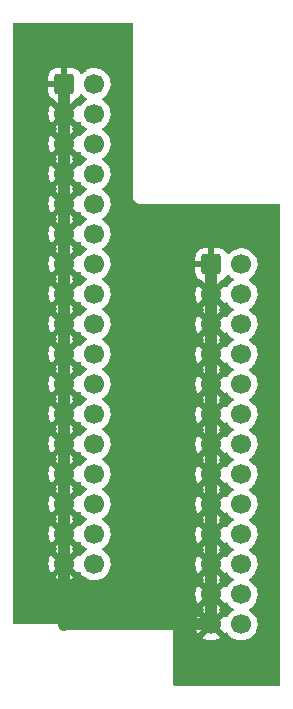
<source format=gbr>
%TF.GenerationSoftware,KiCad,Pcbnew,(6.0.7)*%
%TF.CreationDate,2022-12-30T00:06:57+00:00*%
%TF.ProjectId,CPC464-2MINIDDI3ADAPT,43504334-3634-42d3-924d-494e49444449,rev?*%
%TF.SameCoordinates,Original*%
%TF.FileFunction,Copper,L2,Bot*%
%TF.FilePolarity,Positive*%
%FSLAX46Y46*%
G04 Gerber Fmt 4.6, Leading zero omitted, Abs format (unit mm)*
G04 Created by KiCad (PCBNEW (6.0.7)) date 2022-12-30 00:06:57*
%MOMM*%
%LPD*%
G01*
G04 APERTURE LIST*
G04 Aperture macros list*
%AMRoundRect*
0 Rectangle with rounded corners*
0 $1 Rounding radius*
0 $2 $3 $4 $5 $6 $7 $8 $9 X,Y pos of 4 corners*
0 Add a 4 corners polygon primitive as box body*
4,1,4,$2,$3,$4,$5,$6,$7,$8,$9,$2,$3,0*
0 Add four circle primitives for the rounded corners*
1,1,$1+$1,$2,$3*
1,1,$1+$1,$4,$5*
1,1,$1+$1,$6,$7*
1,1,$1+$1,$8,$9*
0 Add four rect primitives between the rounded corners*
20,1,$1+$1,$2,$3,$4,$5,0*
20,1,$1+$1,$4,$5,$6,$7,0*
20,1,$1+$1,$6,$7,$8,$9,0*
20,1,$1+$1,$8,$9,$2,$3,0*%
G04 Aperture macros list end*
%TA.AperFunction,ComponentPad*%
%ADD10RoundRect,0.250000X-0.600000X-0.600000X0.600000X-0.600000X0.600000X0.600000X-0.600000X0.600000X0*%
%TD*%
%TA.AperFunction,ComponentPad*%
%ADD11C,1.700000*%
%TD*%
%TA.AperFunction,Conductor*%
%ADD12C,1.000000*%
%TD*%
G04 APERTURE END LIST*
D10*
%TO.P,CD2,1,Pin_1*%
%TO.N,GND*%
X75996800Y-79730600D03*
D11*
%TO.P,CD2,2,Pin_2*%
%TO.N,fINDEX*%
X78536800Y-79730600D03*
%TO.P,CD2,3,Pin_3*%
%TO.N,GND*%
X75996800Y-82270600D03*
%TO.P,CD2,4,Pin_4*%
%TO.N,fDRIVE0*%
X78536800Y-82270600D03*
%TO.P,CD2,5,Pin_5*%
%TO.N,GND*%
X75996800Y-84810600D03*
%TO.P,CD2,6,Pin_6*%
%TO.N,unconnected-(CD2-Pad6)*%
X78536800Y-84810600D03*
%TO.P,CD2,7,Pin_7*%
%TO.N,GND*%
X75996800Y-87350600D03*
%TO.P,CD2,8,Pin_8*%
%TO.N,fMOTOR1*%
X78536800Y-87350600D03*
%TO.P,CD2,9,Pin_9*%
%TO.N,GND*%
X75996800Y-89890600D03*
%TO.P,CD2,10,Pin_10*%
%TO.N,fDIR*%
X78536800Y-89890600D03*
%TO.P,CD2,11,Pin_11*%
%TO.N,GND*%
X75996800Y-92430600D03*
%TO.P,CD2,12,Pin_12*%
%TO.N,fSTEP*%
X78536800Y-92430600D03*
%TO.P,CD2,13,Pin_13*%
%TO.N,GND*%
X75996800Y-94970600D03*
%TO.P,CD2,14,Pin_14*%
%TO.N,fWDATA*%
X78536800Y-94970600D03*
%TO.P,CD2,15,Pin_15*%
%TO.N,GND*%
X75996800Y-97510600D03*
%TO.P,CD2,16,Pin_16*%
%TO.N,fWGATE*%
X78536800Y-97510600D03*
%TO.P,CD2,17,Pin_17*%
%TO.N,GND*%
X75996800Y-100050600D03*
%TO.P,CD2,18,Pin_18*%
%TO.N,fTRACK0*%
X78536800Y-100050600D03*
%TO.P,CD2,19,Pin_19*%
%TO.N,GND*%
X75996800Y-102590600D03*
%TO.P,CD2,20,Pin_20*%
%TO.N,fWRITEPROT*%
X78536800Y-102590600D03*
%TO.P,CD2,21,Pin_21*%
%TO.N,GND*%
X75996800Y-105130600D03*
%TO.P,CD2,22,Pin_22*%
%TO.N,fREAD*%
X78536800Y-105130600D03*
%TO.P,CD2,23,Pin_23*%
%TO.N,GND*%
X75996800Y-107670600D03*
%TO.P,CD2,24,Pin_24*%
%TO.N,fSIDE1*%
X78536800Y-107670600D03*
%TO.P,CD2,25,Pin_25*%
%TO.N,GND*%
X75996800Y-110210600D03*
%TO.P,CD2,26,Pin_26*%
%TO.N,fREADY*%
X78536800Y-110210600D03*
%TD*%
D10*
%TO.P,CD1,1,Pin_1*%
%TO.N,GND*%
X63550800Y-64465200D03*
D11*
%TO.P,CD1,2,Pin_2*%
%TO.N,unconnected-(CD1-Pad2)*%
X66090800Y-64465200D03*
%TO.P,CD1,3,Pin_3*%
%TO.N,GND*%
X63550800Y-67005200D03*
%TO.P,CD1,4,Pin_4*%
%TO.N,unconnected-(CD1-Pad4)*%
X66090800Y-67005200D03*
%TO.P,CD1,5,Pin_5*%
%TO.N,GND*%
X63550800Y-69545200D03*
%TO.P,CD1,6,Pin_6*%
%TO.N,unconnected-(CD1-Pad6)*%
X66090800Y-69545200D03*
%TO.P,CD1,7,Pin_7*%
%TO.N,GND*%
X63550800Y-72085200D03*
%TO.P,CD1,8,Pin_8*%
%TO.N,fINDEX*%
X66090800Y-72085200D03*
%TO.P,CD1,9,Pin_9*%
%TO.N,GND*%
X63550800Y-74625200D03*
%TO.P,CD1,10,Pin_10*%
%TO.N,fDRIVE0*%
X66090800Y-74625200D03*
%TO.P,CD1,11,Pin_11*%
%TO.N,GND*%
X63550800Y-77165200D03*
%TO.P,CD1,12,Pin_12*%
%TO.N,fDRIVE1*%
X66090800Y-77165200D03*
%TO.P,CD1,13,Pin_13*%
%TO.N,GND*%
X63550800Y-79705200D03*
%TO.P,CD1,14,Pin_14*%
%TO.N,unconnected-(CD1-Pad14)*%
X66090800Y-79705200D03*
%TO.P,CD1,15,Pin_15*%
%TO.N,GND*%
X63550800Y-82245200D03*
%TO.P,CD1,16,Pin_16*%
%TO.N,fMOTOR1*%
X66090800Y-82245200D03*
%TO.P,CD1,17,Pin_17*%
%TO.N,GND*%
X63550800Y-84785200D03*
%TO.P,CD1,18,Pin_18*%
%TO.N,fDIR*%
X66090800Y-84785200D03*
%TO.P,CD1,19,Pin_19*%
%TO.N,GND*%
X63550800Y-87325200D03*
%TO.P,CD1,20,Pin_20*%
%TO.N,fSTEP*%
X66090800Y-87325200D03*
%TO.P,CD1,21,Pin_21*%
%TO.N,GND*%
X63550800Y-89865200D03*
%TO.P,CD1,22,Pin_22*%
%TO.N,fWDATA*%
X66090800Y-89865200D03*
%TO.P,CD1,23,Pin_23*%
%TO.N,GND*%
X63550800Y-92405200D03*
%TO.P,CD1,24,Pin_24*%
%TO.N,fWGATE*%
X66090800Y-92405200D03*
%TO.P,CD1,25,Pin_25*%
%TO.N,GND*%
X63550800Y-94945200D03*
%TO.P,CD1,26,Pin_26*%
%TO.N,fTRACK0*%
X66090800Y-94945200D03*
%TO.P,CD1,27,Pin_27*%
%TO.N,GND*%
X63550800Y-97485200D03*
%TO.P,CD1,28,Pin_28*%
%TO.N,fWRITEPROT*%
X66090800Y-97485200D03*
%TO.P,CD1,29,Pin_29*%
%TO.N,GND*%
X63550800Y-100025200D03*
%TO.P,CD1,30,Pin_30*%
%TO.N,fREAD*%
X66090800Y-100025200D03*
%TO.P,CD1,31,Pin_31*%
%TO.N,GND*%
X63550800Y-102565200D03*
%TO.P,CD1,32,Pin_32*%
%TO.N,fSIDE1*%
X66090800Y-102565200D03*
%TO.P,CD1,33,Pin_33*%
%TO.N,GND*%
X63550800Y-105105200D03*
%TO.P,CD1,34,Pin_34*%
%TO.N,fREADY*%
X66090800Y-105105200D03*
%TD*%
D12*
%TO.N,GND*%
X75996800Y-110210600D02*
X75996800Y-79730600D01*
X63558800Y-110210600D02*
X75996800Y-110210600D01*
X63550800Y-110218600D02*
X63558800Y-110210600D01*
X63550800Y-105105200D02*
X63550800Y-110218600D01*
X63550800Y-64465200D02*
X63550800Y-105105200D01*
%TD*%
%TA.AperFunction,Conductor*%
%TO.N,GND*%
G36*
X69309021Y-59278702D02*
G01*
X69355514Y-59332358D01*
X69366900Y-59384700D01*
X69366900Y-74057777D01*
X69366898Y-74058547D01*
X69366424Y-74136121D01*
X69368891Y-74144752D01*
X69374550Y-74164553D01*
X69378128Y-74181315D01*
X69382320Y-74210587D01*
X69386034Y-74218755D01*
X69386034Y-74218756D01*
X69392948Y-74233962D01*
X69399396Y-74251486D01*
X69406451Y-74276171D01*
X69411243Y-74283765D01*
X69411244Y-74283768D01*
X69422230Y-74301180D01*
X69430369Y-74316263D01*
X69442608Y-74343182D01*
X69448469Y-74349984D01*
X69459370Y-74362635D01*
X69470473Y-74377639D01*
X69484176Y-74399358D01*
X69490901Y-74405297D01*
X69490904Y-74405301D01*
X69506338Y-74418932D01*
X69518382Y-74431124D01*
X69531827Y-74446727D01*
X69531830Y-74446729D01*
X69537687Y-74453527D01*
X69545216Y-74458407D01*
X69545217Y-74458408D01*
X69559235Y-74467494D01*
X69574109Y-74478785D01*
X69586617Y-74489831D01*
X69593351Y-74495778D01*
X69620111Y-74508342D01*
X69635091Y-74516663D01*
X69652383Y-74527871D01*
X69652388Y-74527873D01*
X69659915Y-74532752D01*
X69668508Y-74535322D01*
X69668513Y-74535324D01*
X69684520Y-74540111D01*
X69701964Y-74546772D01*
X69717076Y-74553867D01*
X69717078Y-74553868D01*
X69725200Y-74557681D01*
X69734067Y-74559062D01*
X69734068Y-74559062D01*
X69743710Y-74560563D01*
X69754417Y-74562230D01*
X69771132Y-74566013D01*
X69790866Y-74571915D01*
X69790872Y-74571916D01*
X69799466Y-74574486D01*
X69808437Y-74574541D01*
X69808438Y-74574541D01*
X69818497Y-74574602D01*
X69833906Y-74574696D01*
X69834689Y-74574729D01*
X69835786Y-74574900D01*
X69866777Y-74574900D01*
X69867547Y-74574902D01*
X69941185Y-74575352D01*
X69941186Y-74575352D01*
X69945121Y-74575376D01*
X69946465Y-74574992D01*
X69947810Y-74574900D01*
X81661500Y-74574900D01*
X81729621Y-74594902D01*
X81776114Y-74648558D01*
X81787500Y-74700900D01*
X81787500Y-115316500D01*
X81767498Y-115384621D01*
X81713842Y-115431114D01*
X81661500Y-115442500D01*
X72897500Y-115442500D01*
X72829379Y-115422498D01*
X72782886Y-115368842D01*
X72771500Y-115316500D01*
X72771500Y-111335453D01*
X75236777Y-111335453D01*
X75242058Y-111342507D01*
X75403556Y-111436879D01*
X75412842Y-111441329D01*
X75611801Y-111517303D01*
X75621699Y-111520179D01*
X75830395Y-111562638D01*
X75840623Y-111563857D01*
X76053450Y-111571662D01*
X76063736Y-111571195D01*
X76274985Y-111544134D01*
X76285062Y-111541992D01*
X76489055Y-111480791D01*
X76498642Y-111477033D01*
X76689898Y-111383338D01*
X76698744Y-111378065D01*
X76746047Y-111344323D01*
X76754448Y-111333623D01*
X76747460Y-111320470D01*
X76009612Y-110582622D01*
X75995668Y-110575008D01*
X75993835Y-110575139D01*
X75987220Y-110579390D01*
X75243537Y-111323073D01*
X75236777Y-111335453D01*
X72771500Y-111335453D01*
X72771500Y-110727223D01*
X72771502Y-110726453D01*
X72771921Y-110657854D01*
X72771976Y-110648879D01*
X72763850Y-110620447D01*
X72760272Y-110603685D01*
X72757352Y-110583298D01*
X72756080Y-110574413D01*
X72745451Y-110551036D01*
X72739004Y-110533513D01*
X72734416Y-110517462D01*
X72731949Y-110508829D01*
X72727156Y-110501232D01*
X72716170Y-110483820D01*
X72708030Y-110468735D01*
X72695792Y-110441818D01*
X72679030Y-110422365D01*
X72667927Y-110407361D01*
X72654224Y-110385642D01*
X72647499Y-110379703D01*
X72647496Y-110379699D01*
X72632062Y-110366068D01*
X72620018Y-110353876D01*
X72606573Y-110338273D01*
X72606570Y-110338271D01*
X72600713Y-110331473D01*
X72579165Y-110317506D01*
X72564291Y-110306215D01*
X72551783Y-110295169D01*
X72551782Y-110295168D01*
X72545049Y-110289222D01*
X72518287Y-110276657D01*
X72503309Y-110268337D01*
X72486017Y-110257129D01*
X72486012Y-110257127D01*
X72478485Y-110252248D01*
X72469892Y-110249678D01*
X72469887Y-110249676D01*
X72453880Y-110244889D01*
X72436436Y-110238228D01*
X72421324Y-110231133D01*
X72421322Y-110231132D01*
X72413200Y-110227319D01*
X72404333Y-110225938D01*
X72404332Y-110225938D01*
X72394690Y-110224437D01*
X72383983Y-110222770D01*
X72367268Y-110218987D01*
X72347534Y-110213085D01*
X72347528Y-110213084D01*
X72338934Y-110210514D01*
X72329963Y-110210459D01*
X72329962Y-110210459D01*
X72319903Y-110210398D01*
X72304494Y-110210304D01*
X72303711Y-110210271D01*
X72302614Y-110210100D01*
X72271623Y-110210100D01*
X72270853Y-110210098D01*
X72197215Y-110209648D01*
X72197214Y-110209648D01*
X72193279Y-110209624D01*
X72191935Y-110210008D01*
X72190590Y-110210100D01*
X59308500Y-110210100D01*
X59240379Y-110190098D01*
X59233763Y-110182463D01*
X74634850Y-110182463D01*
X74647109Y-110395077D01*
X74648545Y-110405297D01*
X74695365Y-110613046D01*
X74698445Y-110622875D01*
X74778570Y-110820203D01*
X74783213Y-110829394D01*
X74863260Y-110960020D01*
X74873716Y-110969480D01*
X74882494Y-110965696D01*
X75624778Y-110223412D01*
X75632392Y-110209468D01*
X75632261Y-110207635D01*
X75628010Y-110201020D01*
X74886649Y-109459659D01*
X74875113Y-109453359D01*
X74862831Y-109462982D01*
X74814889Y-109533262D01*
X74809804Y-109542213D01*
X74720138Y-109735383D01*
X74716575Y-109745070D01*
X74659664Y-109950281D01*
X74657733Y-109960400D01*
X74635102Y-110172174D01*
X74634850Y-110182463D01*
X59233763Y-110182463D01*
X59193886Y-110136442D01*
X59182500Y-110084100D01*
X59182500Y-108795453D01*
X75236777Y-108795453D01*
X75242058Y-108802507D01*
X75289279Y-108830101D01*
X75338003Y-108881739D01*
X75351074Y-108951522D01*
X75324343Y-109017294D01*
X75283887Y-109050653D01*
X75275266Y-109055141D01*
X75266534Y-109060639D01*
X75246477Y-109075699D01*
X75238023Y-109087027D01*
X75244768Y-109099358D01*
X75983988Y-109838578D01*
X75997932Y-109846192D01*
X75999765Y-109846061D01*
X76006380Y-109841810D01*
X76750189Y-109098001D01*
X76757210Y-109085144D01*
X76750411Y-109075813D01*
X76746359Y-109073121D01*
X76708916Y-109052452D01*
X76658945Y-109002020D01*
X76644173Y-108932577D01*
X76669289Y-108866172D01*
X76696640Y-108839565D01*
X76746047Y-108804323D01*
X76754448Y-108793623D01*
X76747460Y-108780470D01*
X76009612Y-108042622D01*
X75995668Y-108035008D01*
X75993835Y-108035139D01*
X75987220Y-108039390D01*
X75243537Y-108783073D01*
X75236777Y-108795453D01*
X59182500Y-108795453D01*
X59182500Y-107642463D01*
X74634850Y-107642463D01*
X74647109Y-107855077D01*
X74648545Y-107865297D01*
X74695365Y-108073046D01*
X74698445Y-108082875D01*
X74778570Y-108280203D01*
X74783213Y-108289394D01*
X74863260Y-108420020D01*
X74873716Y-108429480D01*
X74882494Y-108425696D01*
X75624778Y-107683412D01*
X75632392Y-107669468D01*
X75632261Y-107667635D01*
X75628010Y-107661020D01*
X74886649Y-106919659D01*
X74875113Y-106913359D01*
X74862831Y-106922982D01*
X74814889Y-106993262D01*
X74809804Y-107002213D01*
X74720138Y-107195383D01*
X74716575Y-107205070D01*
X74659664Y-107410281D01*
X74657733Y-107420400D01*
X74635102Y-107632174D01*
X74634850Y-107642463D01*
X59182500Y-107642463D01*
X59182500Y-106230053D01*
X62790777Y-106230053D01*
X62796058Y-106237107D01*
X62957556Y-106331479D01*
X62966842Y-106335929D01*
X63165801Y-106411903D01*
X63175699Y-106414779D01*
X63384395Y-106457238D01*
X63394623Y-106458457D01*
X63607450Y-106466262D01*
X63617736Y-106465795D01*
X63828985Y-106438734D01*
X63839062Y-106436592D01*
X64043055Y-106375391D01*
X64052642Y-106371633D01*
X64243898Y-106277938D01*
X64252744Y-106272665D01*
X64300047Y-106238923D01*
X64308448Y-106228223D01*
X64301460Y-106215070D01*
X63563612Y-105477222D01*
X63549668Y-105469608D01*
X63547835Y-105469739D01*
X63541220Y-105473990D01*
X62797537Y-106217673D01*
X62790777Y-106230053D01*
X59182500Y-106230053D01*
X59182500Y-105077063D01*
X62188850Y-105077063D01*
X62201109Y-105289677D01*
X62202545Y-105299897D01*
X62249365Y-105507646D01*
X62252445Y-105517475D01*
X62332570Y-105714803D01*
X62337213Y-105723994D01*
X62417260Y-105854620D01*
X62427716Y-105864080D01*
X62436494Y-105860296D01*
X63178778Y-105118012D01*
X63186392Y-105104068D01*
X63186261Y-105102235D01*
X63182010Y-105095620D01*
X62440649Y-104354259D01*
X62429113Y-104347959D01*
X62416831Y-104357582D01*
X62368889Y-104427862D01*
X62363804Y-104436813D01*
X62274138Y-104629983D01*
X62270575Y-104639670D01*
X62213664Y-104844881D01*
X62211733Y-104855000D01*
X62189102Y-105066774D01*
X62188850Y-105077063D01*
X59182500Y-105077063D01*
X59182500Y-103690053D01*
X62790777Y-103690053D01*
X62796058Y-103697107D01*
X62843279Y-103724701D01*
X62892003Y-103776339D01*
X62905074Y-103846122D01*
X62878343Y-103911894D01*
X62837887Y-103945253D01*
X62829266Y-103949741D01*
X62820534Y-103955239D01*
X62800477Y-103970299D01*
X62792023Y-103981627D01*
X62798768Y-103993958D01*
X63537988Y-104733178D01*
X63551932Y-104740792D01*
X63553765Y-104740661D01*
X63560380Y-104736410D01*
X64304189Y-103992601D01*
X64311210Y-103979744D01*
X64304411Y-103970413D01*
X64300359Y-103967721D01*
X64262916Y-103947052D01*
X64212945Y-103896620D01*
X64198173Y-103827177D01*
X64223289Y-103760772D01*
X64250640Y-103734165D01*
X64300047Y-103698923D01*
X64308448Y-103688223D01*
X64301460Y-103675070D01*
X63563612Y-102937222D01*
X63549668Y-102929608D01*
X63547835Y-102929739D01*
X63541220Y-102933990D01*
X62797537Y-103677673D01*
X62790777Y-103690053D01*
X59182500Y-103690053D01*
X59182500Y-102537063D01*
X62188850Y-102537063D01*
X62201109Y-102749677D01*
X62202545Y-102759897D01*
X62249365Y-102967646D01*
X62252445Y-102977475D01*
X62332570Y-103174803D01*
X62337213Y-103183994D01*
X62417260Y-103314620D01*
X62427716Y-103324080D01*
X62436494Y-103320296D01*
X63178778Y-102578012D01*
X63186392Y-102564068D01*
X63186261Y-102562235D01*
X63182010Y-102555620D01*
X62440649Y-101814259D01*
X62429113Y-101807959D01*
X62416831Y-101817582D01*
X62368889Y-101887862D01*
X62363804Y-101896813D01*
X62274138Y-102089983D01*
X62270575Y-102099670D01*
X62213664Y-102304881D01*
X62211733Y-102315000D01*
X62189102Y-102526774D01*
X62188850Y-102537063D01*
X59182500Y-102537063D01*
X59182500Y-101150053D01*
X62790777Y-101150053D01*
X62796058Y-101157107D01*
X62843279Y-101184701D01*
X62892003Y-101236339D01*
X62905074Y-101306122D01*
X62878343Y-101371894D01*
X62837887Y-101405253D01*
X62829266Y-101409741D01*
X62820534Y-101415239D01*
X62800477Y-101430299D01*
X62792023Y-101441627D01*
X62798768Y-101453958D01*
X63537988Y-102193178D01*
X63551932Y-102200792D01*
X63553765Y-102200661D01*
X63560380Y-102196410D01*
X64304189Y-101452601D01*
X64311210Y-101439744D01*
X64304411Y-101430413D01*
X64300359Y-101427721D01*
X64262916Y-101407052D01*
X64212945Y-101356620D01*
X64198173Y-101287177D01*
X64223289Y-101220772D01*
X64250640Y-101194165D01*
X64300047Y-101158923D01*
X64308448Y-101148223D01*
X64301460Y-101135070D01*
X63563612Y-100397222D01*
X63549668Y-100389608D01*
X63547835Y-100389739D01*
X63541220Y-100393990D01*
X62797537Y-101137673D01*
X62790777Y-101150053D01*
X59182500Y-101150053D01*
X59182500Y-99997063D01*
X62188850Y-99997063D01*
X62201109Y-100209677D01*
X62202545Y-100219897D01*
X62249365Y-100427646D01*
X62252445Y-100437475D01*
X62332570Y-100634803D01*
X62337213Y-100643994D01*
X62417260Y-100774620D01*
X62427716Y-100784080D01*
X62436494Y-100780296D01*
X63178778Y-100038012D01*
X63186392Y-100024068D01*
X63186261Y-100022235D01*
X63182010Y-100015620D01*
X62440649Y-99274259D01*
X62429113Y-99267959D01*
X62416831Y-99277582D01*
X62368889Y-99347862D01*
X62363804Y-99356813D01*
X62274138Y-99549983D01*
X62270575Y-99559670D01*
X62213664Y-99764881D01*
X62211733Y-99775000D01*
X62189102Y-99986774D01*
X62188850Y-99997063D01*
X59182500Y-99997063D01*
X59182500Y-98610053D01*
X62790777Y-98610053D01*
X62796058Y-98617107D01*
X62843279Y-98644701D01*
X62892003Y-98696339D01*
X62905074Y-98766122D01*
X62878343Y-98831894D01*
X62837887Y-98865253D01*
X62829266Y-98869741D01*
X62820534Y-98875239D01*
X62800477Y-98890299D01*
X62792023Y-98901627D01*
X62798768Y-98913958D01*
X63537988Y-99653178D01*
X63551932Y-99660792D01*
X63553765Y-99660661D01*
X63560380Y-99656410D01*
X64304189Y-98912601D01*
X64311210Y-98899744D01*
X64304411Y-98890413D01*
X64300359Y-98887721D01*
X64262916Y-98867052D01*
X64212945Y-98816620D01*
X64198173Y-98747177D01*
X64223289Y-98680772D01*
X64250640Y-98654165D01*
X64300047Y-98618923D01*
X64308448Y-98608223D01*
X64301460Y-98595070D01*
X63563612Y-97857222D01*
X63549668Y-97849608D01*
X63547835Y-97849739D01*
X63541220Y-97853990D01*
X62797537Y-98597673D01*
X62790777Y-98610053D01*
X59182500Y-98610053D01*
X59182500Y-97457063D01*
X62188850Y-97457063D01*
X62201109Y-97669677D01*
X62202545Y-97679897D01*
X62249365Y-97887646D01*
X62252445Y-97897475D01*
X62332570Y-98094803D01*
X62337213Y-98103994D01*
X62417260Y-98234620D01*
X62427716Y-98244080D01*
X62436494Y-98240296D01*
X63178778Y-97498012D01*
X63186392Y-97484068D01*
X63186261Y-97482235D01*
X63182010Y-97475620D01*
X62440649Y-96734259D01*
X62429113Y-96727959D01*
X62416831Y-96737582D01*
X62368889Y-96807862D01*
X62363804Y-96816813D01*
X62274138Y-97009983D01*
X62270575Y-97019670D01*
X62213664Y-97224881D01*
X62211733Y-97235000D01*
X62189102Y-97446774D01*
X62188850Y-97457063D01*
X59182500Y-97457063D01*
X59182500Y-96070053D01*
X62790777Y-96070053D01*
X62796058Y-96077107D01*
X62843279Y-96104701D01*
X62892003Y-96156339D01*
X62905074Y-96226122D01*
X62878343Y-96291894D01*
X62837887Y-96325253D01*
X62829266Y-96329741D01*
X62820534Y-96335239D01*
X62800477Y-96350299D01*
X62792023Y-96361627D01*
X62798768Y-96373958D01*
X63537988Y-97113178D01*
X63551932Y-97120792D01*
X63553765Y-97120661D01*
X63560380Y-97116410D01*
X64304189Y-96372601D01*
X64311210Y-96359744D01*
X64304411Y-96350413D01*
X64300359Y-96347721D01*
X64262916Y-96327052D01*
X64212945Y-96276620D01*
X64198173Y-96207177D01*
X64223289Y-96140772D01*
X64250640Y-96114165D01*
X64300047Y-96078923D01*
X64308448Y-96068223D01*
X64301460Y-96055070D01*
X63563612Y-95317222D01*
X63549668Y-95309608D01*
X63547835Y-95309739D01*
X63541220Y-95313990D01*
X62797537Y-96057673D01*
X62790777Y-96070053D01*
X59182500Y-96070053D01*
X59182500Y-94917063D01*
X62188850Y-94917063D01*
X62201109Y-95129677D01*
X62202545Y-95139897D01*
X62249365Y-95347646D01*
X62252445Y-95357475D01*
X62332570Y-95554803D01*
X62337213Y-95563994D01*
X62417260Y-95694620D01*
X62427716Y-95704080D01*
X62436494Y-95700296D01*
X63178778Y-94958012D01*
X63186392Y-94944068D01*
X63186261Y-94942235D01*
X63182010Y-94935620D01*
X62440649Y-94194259D01*
X62429113Y-94187959D01*
X62416831Y-94197582D01*
X62368889Y-94267862D01*
X62363804Y-94276813D01*
X62274138Y-94469983D01*
X62270575Y-94479670D01*
X62213664Y-94684881D01*
X62211733Y-94695000D01*
X62189102Y-94906774D01*
X62188850Y-94917063D01*
X59182500Y-94917063D01*
X59182500Y-93530053D01*
X62790777Y-93530053D01*
X62796058Y-93537107D01*
X62843279Y-93564701D01*
X62892003Y-93616339D01*
X62905074Y-93686122D01*
X62878343Y-93751894D01*
X62837887Y-93785253D01*
X62829266Y-93789741D01*
X62820534Y-93795239D01*
X62800477Y-93810299D01*
X62792023Y-93821627D01*
X62798768Y-93833958D01*
X63537988Y-94573178D01*
X63551932Y-94580792D01*
X63553765Y-94580661D01*
X63560380Y-94576410D01*
X64304189Y-93832601D01*
X64311210Y-93819744D01*
X64304411Y-93810413D01*
X64300359Y-93807721D01*
X64262916Y-93787052D01*
X64212945Y-93736620D01*
X64198173Y-93667177D01*
X64223289Y-93600772D01*
X64250640Y-93574165D01*
X64300047Y-93538923D01*
X64308448Y-93528223D01*
X64301460Y-93515070D01*
X63563612Y-92777222D01*
X63549668Y-92769608D01*
X63547835Y-92769739D01*
X63541220Y-92773990D01*
X62797537Y-93517673D01*
X62790777Y-93530053D01*
X59182500Y-93530053D01*
X59182500Y-92377063D01*
X62188850Y-92377063D01*
X62201109Y-92589677D01*
X62202545Y-92599897D01*
X62249365Y-92807646D01*
X62252445Y-92817475D01*
X62332570Y-93014803D01*
X62337213Y-93023994D01*
X62417260Y-93154620D01*
X62427716Y-93164080D01*
X62436494Y-93160296D01*
X63178778Y-92418012D01*
X63186392Y-92404068D01*
X63186261Y-92402235D01*
X63182010Y-92395620D01*
X62440649Y-91654259D01*
X62429113Y-91647959D01*
X62416831Y-91657582D01*
X62368889Y-91727862D01*
X62363804Y-91736813D01*
X62274138Y-91929983D01*
X62270575Y-91939670D01*
X62213664Y-92144881D01*
X62211733Y-92155000D01*
X62189102Y-92366774D01*
X62188850Y-92377063D01*
X59182500Y-92377063D01*
X59182500Y-90990053D01*
X62790777Y-90990053D01*
X62796058Y-90997107D01*
X62843279Y-91024701D01*
X62892003Y-91076339D01*
X62905074Y-91146122D01*
X62878343Y-91211894D01*
X62837887Y-91245253D01*
X62829266Y-91249741D01*
X62820534Y-91255239D01*
X62800477Y-91270299D01*
X62792023Y-91281627D01*
X62798768Y-91293958D01*
X63537988Y-92033178D01*
X63551932Y-92040792D01*
X63553765Y-92040661D01*
X63560380Y-92036410D01*
X64304189Y-91292601D01*
X64311210Y-91279744D01*
X64304411Y-91270413D01*
X64300359Y-91267721D01*
X64262916Y-91247052D01*
X64212945Y-91196620D01*
X64198173Y-91127177D01*
X64223289Y-91060772D01*
X64250640Y-91034165D01*
X64300047Y-90998923D01*
X64308448Y-90988223D01*
X64301460Y-90975070D01*
X63563612Y-90237222D01*
X63549668Y-90229608D01*
X63547835Y-90229739D01*
X63541220Y-90233990D01*
X62797537Y-90977673D01*
X62790777Y-90990053D01*
X59182500Y-90990053D01*
X59182500Y-89837063D01*
X62188850Y-89837063D01*
X62201109Y-90049677D01*
X62202545Y-90059897D01*
X62249365Y-90267646D01*
X62252445Y-90277475D01*
X62332570Y-90474803D01*
X62337213Y-90483994D01*
X62417260Y-90614620D01*
X62427716Y-90624080D01*
X62436494Y-90620296D01*
X63178778Y-89878012D01*
X63186392Y-89864068D01*
X63186261Y-89862235D01*
X63182010Y-89855620D01*
X62440649Y-89114259D01*
X62429113Y-89107959D01*
X62416831Y-89117582D01*
X62368889Y-89187862D01*
X62363804Y-89196813D01*
X62274138Y-89389983D01*
X62270575Y-89399670D01*
X62213664Y-89604881D01*
X62211733Y-89615000D01*
X62189102Y-89826774D01*
X62188850Y-89837063D01*
X59182500Y-89837063D01*
X59182500Y-88450053D01*
X62790777Y-88450053D01*
X62796058Y-88457107D01*
X62843279Y-88484701D01*
X62892003Y-88536339D01*
X62905074Y-88606122D01*
X62878343Y-88671894D01*
X62837887Y-88705253D01*
X62829266Y-88709741D01*
X62820534Y-88715239D01*
X62800477Y-88730299D01*
X62792023Y-88741627D01*
X62798768Y-88753958D01*
X63537988Y-89493178D01*
X63551932Y-89500792D01*
X63553765Y-89500661D01*
X63560380Y-89496410D01*
X64304189Y-88752601D01*
X64311210Y-88739744D01*
X64304411Y-88730413D01*
X64300359Y-88727721D01*
X64262916Y-88707052D01*
X64212945Y-88656620D01*
X64198173Y-88587177D01*
X64223289Y-88520772D01*
X64250640Y-88494165D01*
X64300047Y-88458923D01*
X64308448Y-88448223D01*
X64301460Y-88435070D01*
X63563612Y-87697222D01*
X63549668Y-87689608D01*
X63547835Y-87689739D01*
X63541220Y-87693990D01*
X62797537Y-88437673D01*
X62790777Y-88450053D01*
X59182500Y-88450053D01*
X59182500Y-87297063D01*
X62188850Y-87297063D01*
X62201109Y-87509677D01*
X62202545Y-87519897D01*
X62249365Y-87727646D01*
X62252445Y-87737475D01*
X62332570Y-87934803D01*
X62337213Y-87943994D01*
X62417260Y-88074620D01*
X62427716Y-88084080D01*
X62436494Y-88080296D01*
X63178778Y-87338012D01*
X63186392Y-87324068D01*
X63186261Y-87322235D01*
X63182010Y-87315620D01*
X62440649Y-86574259D01*
X62429113Y-86567959D01*
X62416831Y-86577582D01*
X62368889Y-86647862D01*
X62363804Y-86656813D01*
X62274138Y-86849983D01*
X62270575Y-86859670D01*
X62213664Y-87064881D01*
X62211733Y-87075000D01*
X62189102Y-87286774D01*
X62188850Y-87297063D01*
X59182500Y-87297063D01*
X59182500Y-85910053D01*
X62790777Y-85910053D01*
X62796058Y-85917107D01*
X62843279Y-85944701D01*
X62892003Y-85996339D01*
X62905074Y-86066122D01*
X62878343Y-86131894D01*
X62837887Y-86165253D01*
X62829266Y-86169741D01*
X62820534Y-86175239D01*
X62800477Y-86190299D01*
X62792023Y-86201627D01*
X62798768Y-86213958D01*
X63537988Y-86953178D01*
X63551932Y-86960792D01*
X63553765Y-86960661D01*
X63560380Y-86956410D01*
X64304189Y-86212601D01*
X64311210Y-86199744D01*
X64304411Y-86190413D01*
X64300359Y-86187721D01*
X64262916Y-86167052D01*
X64212945Y-86116620D01*
X64198173Y-86047177D01*
X64223289Y-85980772D01*
X64250640Y-85954165D01*
X64300047Y-85918923D01*
X64308448Y-85908223D01*
X64301460Y-85895070D01*
X63563612Y-85157222D01*
X63549668Y-85149608D01*
X63547835Y-85149739D01*
X63541220Y-85153990D01*
X62797537Y-85897673D01*
X62790777Y-85910053D01*
X59182500Y-85910053D01*
X59182500Y-84757063D01*
X62188850Y-84757063D01*
X62201109Y-84969677D01*
X62202545Y-84979897D01*
X62249365Y-85187646D01*
X62252445Y-85197475D01*
X62332570Y-85394803D01*
X62337213Y-85403994D01*
X62417260Y-85534620D01*
X62427716Y-85544080D01*
X62436494Y-85540296D01*
X63178778Y-84798012D01*
X63186392Y-84784068D01*
X63186261Y-84782235D01*
X63182010Y-84775620D01*
X62440649Y-84034259D01*
X62429113Y-84027959D01*
X62416831Y-84037582D01*
X62368889Y-84107862D01*
X62363804Y-84116813D01*
X62274138Y-84309983D01*
X62270575Y-84319670D01*
X62213664Y-84524881D01*
X62211733Y-84535000D01*
X62189102Y-84746774D01*
X62188850Y-84757063D01*
X59182500Y-84757063D01*
X59182500Y-83370053D01*
X62790777Y-83370053D01*
X62796058Y-83377107D01*
X62843279Y-83404701D01*
X62892003Y-83456339D01*
X62905074Y-83526122D01*
X62878343Y-83591894D01*
X62837887Y-83625253D01*
X62829266Y-83629741D01*
X62820534Y-83635239D01*
X62800477Y-83650299D01*
X62792023Y-83661627D01*
X62798768Y-83673958D01*
X63537988Y-84413178D01*
X63551932Y-84420792D01*
X63553765Y-84420661D01*
X63560380Y-84416410D01*
X64304189Y-83672601D01*
X64311210Y-83659744D01*
X64304411Y-83650413D01*
X64300359Y-83647721D01*
X64262916Y-83627052D01*
X64212945Y-83576620D01*
X64198173Y-83507177D01*
X64223289Y-83440772D01*
X64250640Y-83414165D01*
X64300047Y-83378923D01*
X64308448Y-83368223D01*
X64301460Y-83355070D01*
X63563612Y-82617222D01*
X63549668Y-82609608D01*
X63547835Y-82609739D01*
X63541220Y-82613990D01*
X62797537Y-83357673D01*
X62790777Y-83370053D01*
X59182500Y-83370053D01*
X59182500Y-82217063D01*
X62188850Y-82217063D01*
X62201109Y-82429677D01*
X62202545Y-82439897D01*
X62249365Y-82647646D01*
X62252445Y-82657475D01*
X62332570Y-82854803D01*
X62337213Y-82863994D01*
X62417260Y-82994620D01*
X62427716Y-83004080D01*
X62436494Y-83000296D01*
X63178778Y-82258012D01*
X63186392Y-82244068D01*
X63186261Y-82242235D01*
X63182010Y-82235620D01*
X62440649Y-81494259D01*
X62429113Y-81487959D01*
X62416831Y-81497582D01*
X62368889Y-81567862D01*
X62363804Y-81576813D01*
X62274138Y-81769983D01*
X62270575Y-81779670D01*
X62213664Y-81984881D01*
X62211733Y-81995000D01*
X62189102Y-82206774D01*
X62188850Y-82217063D01*
X59182500Y-82217063D01*
X59182500Y-80830053D01*
X62790777Y-80830053D01*
X62796058Y-80837107D01*
X62843279Y-80864701D01*
X62892003Y-80916339D01*
X62905074Y-80986122D01*
X62878343Y-81051894D01*
X62837887Y-81085253D01*
X62829266Y-81089741D01*
X62820534Y-81095239D01*
X62800477Y-81110299D01*
X62792023Y-81121627D01*
X62798768Y-81133958D01*
X63537988Y-81873178D01*
X63551932Y-81880792D01*
X63553765Y-81880661D01*
X63560380Y-81876410D01*
X64304189Y-81132601D01*
X64311210Y-81119744D01*
X64304411Y-81110413D01*
X64300359Y-81107721D01*
X64262916Y-81087052D01*
X64212945Y-81036620D01*
X64198173Y-80967177D01*
X64223289Y-80900772D01*
X64250640Y-80874165D01*
X64300047Y-80838923D01*
X64308448Y-80828223D01*
X64301460Y-80815070D01*
X63563612Y-80077222D01*
X63549668Y-80069608D01*
X63547835Y-80069739D01*
X63541220Y-80073990D01*
X62797537Y-80817673D01*
X62790777Y-80830053D01*
X59182500Y-80830053D01*
X59182500Y-79677063D01*
X62188850Y-79677063D01*
X62201109Y-79889677D01*
X62202545Y-79899897D01*
X62249365Y-80107646D01*
X62252445Y-80117475D01*
X62332570Y-80314803D01*
X62337213Y-80323994D01*
X62417260Y-80454620D01*
X62427716Y-80464080D01*
X62436494Y-80460296D01*
X63178778Y-79718012D01*
X63186392Y-79704068D01*
X63186261Y-79702235D01*
X63182010Y-79695620D01*
X62440649Y-78954259D01*
X62429113Y-78947959D01*
X62416831Y-78957582D01*
X62368889Y-79027862D01*
X62363804Y-79036813D01*
X62274138Y-79229983D01*
X62270575Y-79239670D01*
X62213664Y-79444881D01*
X62211733Y-79455000D01*
X62189102Y-79666774D01*
X62188850Y-79677063D01*
X59182500Y-79677063D01*
X59182500Y-78290053D01*
X62790777Y-78290053D01*
X62796058Y-78297107D01*
X62843279Y-78324701D01*
X62892003Y-78376339D01*
X62905074Y-78446122D01*
X62878343Y-78511894D01*
X62837887Y-78545253D01*
X62829266Y-78549741D01*
X62820534Y-78555239D01*
X62800477Y-78570299D01*
X62792023Y-78581627D01*
X62798768Y-78593958D01*
X63537988Y-79333178D01*
X63551932Y-79340792D01*
X63553765Y-79340661D01*
X63560380Y-79336410D01*
X64304189Y-78592601D01*
X64311210Y-78579744D01*
X64304411Y-78570413D01*
X64300359Y-78567721D01*
X64262916Y-78547052D01*
X64212945Y-78496620D01*
X64198173Y-78427177D01*
X64223289Y-78360772D01*
X64250640Y-78334165D01*
X64300047Y-78298923D01*
X64308448Y-78288223D01*
X64301460Y-78275070D01*
X63563612Y-77537222D01*
X63549668Y-77529608D01*
X63547835Y-77529739D01*
X63541220Y-77533990D01*
X62797537Y-78277673D01*
X62790777Y-78290053D01*
X59182500Y-78290053D01*
X59182500Y-77137063D01*
X62188850Y-77137063D01*
X62201109Y-77349677D01*
X62202545Y-77359897D01*
X62249365Y-77567646D01*
X62252445Y-77577475D01*
X62332570Y-77774803D01*
X62337213Y-77783994D01*
X62417260Y-77914620D01*
X62427716Y-77924080D01*
X62436494Y-77920296D01*
X63178778Y-77178012D01*
X63186392Y-77164068D01*
X63186261Y-77162235D01*
X63182010Y-77155620D01*
X62440649Y-76414259D01*
X62429113Y-76407959D01*
X62416831Y-76417582D01*
X62368889Y-76487862D01*
X62363804Y-76496813D01*
X62274138Y-76689983D01*
X62270575Y-76699670D01*
X62213664Y-76904881D01*
X62211733Y-76915000D01*
X62189102Y-77126774D01*
X62188850Y-77137063D01*
X59182500Y-77137063D01*
X59182500Y-75750053D01*
X62790777Y-75750053D01*
X62796058Y-75757107D01*
X62843279Y-75784701D01*
X62892003Y-75836339D01*
X62905074Y-75906122D01*
X62878343Y-75971894D01*
X62837887Y-76005253D01*
X62829266Y-76009741D01*
X62820534Y-76015239D01*
X62800477Y-76030299D01*
X62792023Y-76041627D01*
X62798768Y-76053958D01*
X63537988Y-76793178D01*
X63551932Y-76800792D01*
X63553765Y-76800661D01*
X63560380Y-76796410D01*
X64304189Y-76052601D01*
X64311210Y-76039744D01*
X64304411Y-76030413D01*
X64300359Y-76027721D01*
X64262916Y-76007052D01*
X64212945Y-75956620D01*
X64198173Y-75887177D01*
X64223289Y-75820772D01*
X64250640Y-75794165D01*
X64300047Y-75758923D01*
X64308448Y-75748223D01*
X64301460Y-75735070D01*
X63563612Y-74997222D01*
X63549668Y-74989608D01*
X63547835Y-74989739D01*
X63541220Y-74993990D01*
X62797537Y-75737673D01*
X62790777Y-75750053D01*
X59182500Y-75750053D01*
X59182500Y-74597063D01*
X62188850Y-74597063D01*
X62201109Y-74809677D01*
X62202545Y-74819897D01*
X62249365Y-75027646D01*
X62252445Y-75037475D01*
X62332570Y-75234803D01*
X62337213Y-75243994D01*
X62417260Y-75374620D01*
X62427716Y-75384080D01*
X62436494Y-75380296D01*
X63178778Y-74638012D01*
X63186392Y-74624068D01*
X63186261Y-74622235D01*
X63182010Y-74615620D01*
X62440649Y-73874259D01*
X62429113Y-73867959D01*
X62416831Y-73877582D01*
X62368889Y-73947862D01*
X62363804Y-73956813D01*
X62274138Y-74149983D01*
X62270575Y-74159670D01*
X62213664Y-74364881D01*
X62211733Y-74375000D01*
X62189102Y-74586774D01*
X62188850Y-74597063D01*
X59182500Y-74597063D01*
X59182500Y-73210053D01*
X62790777Y-73210053D01*
X62796058Y-73217107D01*
X62843279Y-73244701D01*
X62892003Y-73296339D01*
X62905074Y-73366122D01*
X62878343Y-73431894D01*
X62837887Y-73465253D01*
X62829266Y-73469741D01*
X62820534Y-73475239D01*
X62800477Y-73490299D01*
X62792023Y-73501627D01*
X62798768Y-73513958D01*
X63537988Y-74253178D01*
X63551932Y-74260792D01*
X63553765Y-74260661D01*
X63560380Y-74256410D01*
X64304189Y-73512601D01*
X64311210Y-73499744D01*
X64304411Y-73490413D01*
X64300359Y-73487721D01*
X64262916Y-73467052D01*
X64212945Y-73416620D01*
X64198173Y-73347177D01*
X64223289Y-73280772D01*
X64250640Y-73254165D01*
X64300047Y-73218923D01*
X64308448Y-73208223D01*
X64301460Y-73195070D01*
X63563612Y-72457222D01*
X63549668Y-72449608D01*
X63547835Y-72449739D01*
X63541220Y-72453990D01*
X62797537Y-73197673D01*
X62790777Y-73210053D01*
X59182500Y-73210053D01*
X59182500Y-72057063D01*
X62188850Y-72057063D01*
X62201109Y-72269677D01*
X62202545Y-72279897D01*
X62249365Y-72487646D01*
X62252445Y-72497475D01*
X62332570Y-72694803D01*
X62337213Y-72703994D01*
X62417260Y-72834620D01*
X62427716Y-72844080D01*
X62436494Y-72840296D01*
X63178778Y-72098012D01*
X63186392Y-72084068D01*
X63186261Y-72082235D01*
X63182010Y-72075620D01*
X62440649Y-71334259D01*
X62429113Y-71327959D01*
X62416831Y-71337582D01*
X62368889Y-71407862D01*
X62363804Y-71416813D01*
X62274138Y-71609983D01*
X62270575Y-71619670D01*
X62213664Y-71824881D01*
X62211733Y-71835000D01*
X62189102Y-72046774D01*
X62188850Y-72057063D01*
X59182500Y-72057063D01*
X59182500Y-70670053D01*
X62790777Y-70670053D01*
X62796058Y-70677107D01*
X62843279Y-70704701D01*
X62892003Y-70756339D01*
X62905074Y-70826122D01*
X62878343Y-70891894D01*
X62837887Y-70925253D01*
X62829266Y-70929741D01*
X62820534Y-70935239D01*
X62800477Y-70950299D01*
X62792023Y-70961627D01*
X62798768Y-70973958D01*
X63537988Y-71713178D01*
X63551932Y-71720792D01*
X63553765Y-71720661D01*
X63560380Y-71716410D01*
X64304189Y-70972601D01*
X64311210Y-70959744D01*
X64304411Y-70950413D01*
X64300359Y-70947721D01*
X64262916Y-70927052D01*
X64212945Y-70876620D01*
X64198173Y-70807177D01*
X64223289Y-70740772D01*
X64250640Y-70714165D01*
X64300047Y-70678923D01*
X64308448Y-70668223D01*
X64301460Y-70655070D01*
X63563612Y-69917222D01*
X63549668Y-69909608D01*
X63547835Y-69909739D01*
X63541220Y-69913990D01*
X62797537Y-70657673D01*
X62790777Y-70670053D01*
X59182500Y-70670053D01*
X59182500Y-69517063D01*
X62188850Y-69517063D01*
X62201109Y-69729677D01*
X62202545Y-69739897D01*
X62249365Y-69947646D01*
X62252445Y-69957475D01*
X62332570Y-70154803D01*
X62337213Y-70163994D01*
X62417260Y-70294620D01*
X62427716Y-70304080D01*
X62436494Y-70300296D01*
X63178778Y-69558012D01*
X63186392Y-69544068D01*
X63186261Y-69542235D01*
X63182010Y-69535620D01*
X62440649Y-68794259D01*
X62429113Y-68787959D01*
X62416831Y-68797582D01*
X62368889Y-68867862D01*
X62363804Y-68876813D01*
X62274138Y-69069983D01*
X62270575Y-69079670D01*
X62213664Y-69284881D01*
X62211733Y-69295000D01*
X62189102Y-69506774D01*
X62188850Y-69517063D01*
X59182500Y-69517063D01*
X59182500Y-68130053D01*
X62790777Y-68130053D01*
X62796058Y-68137107D01*
X62843279Y-68164701D01*
X62892003Y-68216339D01*
X62905074Y-68286122D01*
X62878343Y-68351894D01*
X62837887Y-68385253D01*
X62829266Y-68389741D01*
X62820534Y-68395239D01*
X62800477Y-68410299D01*
X62792023Y-68421627D01*
X62798768Y-68433958D01*
X63537988Y-69173178D01*
X63551932Y-69180792D01*
X63553765Y-69180661D01*
X63560380Y-69176410D01*
X64304189Y-68432601D01*
X64311210Y-68419744D01*
X64304411Y-68410413D01*
X64300359Y-68407721D01*
X64262916Y-68387052D01*
X64212945Y-68336620D01*
X64198173Y-68267177D01*
X64223289Y-68200772D01*
X64250640Y-68174165D01*
X64300047Y-68138923D01*
X64308448Y-68128223D01*
X64301460Y-68115070D01*
X63563612Y-67377222D01*
X63549668Y-67369608D01*
X63547835Y-67369739D01*
X63541220Y-67373990D01*
X62797537Y-68117673D01*
X62790777Y-68130053D01*
X59182500Y-68130053D01*
X59182500Y-66977063D01*
X62188850Y-66977063D01*
X62201109Y-67189677D01*
X62202545Y-67199897D01*
X62249365Y-67407646D01*
X62252445Y-67417475D01*
X62332570Y-67614803D01*
X62337213Y-67623994D01*
X62417260Y-67754620D01*
X62427716Y-67764080D01*
X62436494Y-67760296D01*
X63178778Y-67018012D01*
X63186392Y-67004068D01*
X63186261Y-67002235D01*
X63182010Y-66995620D01*
X62440649Y-66254259D01*
X62429113Y-66247959D01*
X62416831Y-66257582D01*
X62368889Y-66327862D01*
X62363804Y-66336813D01*
X62274138Y-66529983D01*
X62270575Y-66539670D01*
X62213664Y-66744881D01*
X62211733Y-66755000D01*
X62189102Y-66966774D01*
X62188850Y-66977063D01*
X59182500Y-66977063D01*
X59182500Y-65112295D01*
X62192801Y-65112295D01*
X62193138Y-65118814D01*
X62203057Y-65214406D01*
X62205949Y-65227800D01*
X62257388Y-65381984D01*
X62263561Y-65395162D01*
X62348863Y-65533007D01*
X62357899Y-65544408D01*
X62472629Y-65658939D01*
X62484040Y-65667951D01*
X62622043Y-65753016D01*
X62635224Y-65759163D01*
X62703056Y-65781662D01*
X62761415Y-65822093D01*
X62772302Y-65848300D01*
X62773450Y-65847672D01*
X62798768Y-65893958D01*
X63537988Y-66633178D01*
X63551932Y-66640792D01*
X63553765Y-66640661D01*
X63560380Y-66636410D01*
X64304189Y-65892601D01*
X64326734Y-65851315D01*
X64329118Y-65840355D01*
X64379320Y-65790153D01*
X64399829Y-65781217D01*
X64467584Y-65758612D01*
X64480762Y-65752439D01*
X64618607Y-65667137D01*
X64630008Y-65658101D01*
X64744539Y-65543371D01*
X64753551Y-65531960D01*
X64838618Y-65393955D01*
X64847200Y-65375550D01*
X64894116Y-65322265D01*
X64962393Y-65302803D01*
X65030354Y-65323344D01*
X65056632Y-65346301D01*
X65081968Y-65375550D01*
X65133666Y-65435232D01*
X65133669Y-65435235D01*
X65137050Y-65439138D01*
X65308926Y-65581832D01*
X65379395Y-65623011D01*
X65382245Y-65624676D01*
X65430969Y-65676314D01*
X65444040Y-65746097D01*
X65417309Y-65811869D01*
X65376855Y-65845227D01*
X65364407Y-65851707D01*
X65360274Y-65854810D01*
X65360271Y-65854812D01*
X65189900Y-65982730D01*
X65185765Y-65985835D01*
X65031429Y-66147338D01*
X64958493Y-66254259D01*
X64923698Y-66305266D01*
X64868787Y-66350269D01*
X64798262Y-66358440D01*
X64734515Y-66327186D01*
X64713817Y-66302701D01*
X64683862Y-66256397D01*
X64673177Y-66247195D01*
X64663612Y-66251598D01*
X63922822Y-66992388D01*
X63915208Y-67006332D01*
X63915339Y-67008165D01*
X63919590Y-67014780D01*
X64661274Y-67756464D01*
X64673284Y-67763023D01*
X64685023Y-67754055D01*
X64718822Y-67707019D01*
X64720077Y-67707921D01*
X64767191Y-67664555D01*
X64837130Y-67652348D01*
X64902567Y-67679891D01*
X64930380Y-67711713D01*
X64988087Y-67805883D01*
X64988091Y-67805888D01*
X64990787Y-67810288D01*
X65137050Y-67979138D01*
X65308926Y-68121832D01*
X65319863Y-68128223D01*
X65382245Y-68164676D01*
X65430969Y-68216314D01*
X65444040Y-68286097D01*
X65417309Y-68351869D01*
X65376855Y-68385227D01*
X65364407Y-68391707D01*
X65360274Y-68394810D01*
X65360271Y-68394812D01*
X65189900Y-68522730D01*
X65185765Y-68525835D01*
X65031429Y-68687338D01*
X64958493Y-68794259D01*
X64923698Y-68845266D01*
X64868787Y-68890269D01*
X64798262Y-68898440D01*
X64734515Y-68867186D01*
X64713817Y-68842701D01*
X64683862Y-68796397D01*
X64673177Y-68787195D01*
X64663612Y-68791598D01*
X63922822Y-69532388D01*
X63915208Y-69546332D01*
X63915339Y-69548165D01*
X63919590Y-69554780D01*
X64661274Y-70296464D01*
X64673284Y-70303023D01*
X64685023Y-70294055D01*
X64718822Y-70247019D01*
X64720077Y-70247921D01*
X64767191Y-70204555D01*
X64837130Y-70192348D01*
X64902567Y-70219891D01*
X64930380Y-70251713D01*
X64988087Y-70345883D01*
X64988091Y-70345888D01*
X64990787Y-70350288D01*
X65137050Y-70519138D01*
X65308926Y-70661832D01*
X65319863Y-70668223D01*
X65382245Y-70704676D01*
X65430969Y-70756314D01*
X65444040Y-70826097D01*
X65417309Y-70891869D01*
X65376855Y-70925227D01*
X65364407Y-70931707D01*
X65360274Y-70934810D01*
X65360271Y-70934812D01*
X65189900Y-71062730D01*
X65185765Y-71065835D01*
X65031429Y-71227338D01*
X64958493Y-71334259D01*
X64923698Y-71385266D01*
X64868787Y-71430269D01*
X64798262Y-71438440D01*
X64734515Y-71407186D01*
X64713817Y-71382701D01*
X64683862Y-71336397D01*
X64673177Y-71327195D01*
X64663612Y-71331598D01*
X63922822Y-72072388D01*
X63915208Y-72086332D01*
X63915339Y-72088165D01*
X63919590Y-72094780D01*
X64661274Y-72836464D01*
X64673284Y-72843023D01*
X64685023Y-72834055D01*
X64718822Y-72787019D01*
X64720077Y-72787921D01*
X64767191Y-72744555D01*
X64837130Y-72732348D01*
X64902567Y-72759891D01*
X64930380Y-72791713D01*
X64988087Y-72885883D01*
X64988091Y-72885888D01*
X64990787Y-72890288D01*
X65137050Y-73059138D01*
X65308926Y-73201832D01*
X65319863Y-73208223D01*
X65382245Y-73244676D01*
X65430969Y-73296314D01*
X65444040Y-73366097D01*
X65417309Y-73431869D01*
X65376855Y-73465227D01*
X65364407Y-73471707D01*
X65360274Y-73474810D01*
X65360271Y-73474812D01*
X65189900Y-73602730D01*
X65185765Y-73605835D01*
X65031429Y-73767338D01*
X65028515Y-73771610D01*
X65028514Y-73771611D01*
X65016204Y-73789657D01*
X64925781Y-73922213D01*
X64923698Y-73925266D01*
X64868787Y-73970269D01*
X64798262Y-73978440D01*
X64734515Y-73947186D01*
X64713817Y-73922701D01*
X64683862Y-73876397D01*
X64673177Y-73867195D01*
X64663612Y-73871598D01*
X63922822Y-74612388D01*
X63915208Y-74626332D01*
X63915339Y-74628165D01*
X63919590Y-74634780D01*
X64661274Y-75376464D01*
X64673284Y-75383023D01*
X64685023Y-75374055D01*
X64718822Y-75327019D01*
X64720077Y-75327921D01*
X64767191Y-75284555D01*
X64837130Y-75272348D01*
X64902567Y-75299891D01*
X64930380Y-75331713D01*
X64988087Y-75425883D01*
X64988091Y-75425888D01*
X64990787Y-75430288D01*
X65137050Y-75599138D01*
X65308926Y-75741832D01*
X65319863Y-75748223D01*
X65382245Y-75784676D01*
X65430969Y-75836314D01*
X65444040Y-75906097D01*
X65417309Y-75971869D01*
X65376855Y-76005227D01*
X65364407Y-76011707D01*
X65360274Y-76014810D01*
X65360271Y-76014812D01*
X65189900Y-76142730D01*
X65185765Y-76145835D01*
X65031429Y-76307338D01*
X64958493Y-76414259D01*
X64923698Y-76465266D01*
X64868787Y-76510269D01*
X64798262Y-76518440D01*
X64734515Y-76487186D01*
X64713817Y-76462701D01*
X64683862Y-76416397D01*
X64673177Y-76407195D01*
X64663612Y-76411598D01*
X63922822Y-77152388D01*
X63915208Y-77166332D01*
X63915339Y-77168165D01*
X63919590Y-77174780D01*
X64661274Y-77916464D01*
X64673284Y-77923023D01*
X64685023Y-77914055D01*
X64718822Y-77867019D01*
X64720077Y-77867921D01*
X64767191Y-77824555D01*
X64837130Y-77812348D01*
X64902567Y-77839891D01*
X64930380Y-77871713D01*
X64988087Y-77965883D01*
X64988091Y-77965888D01*
X64990787Y-77970288D01*
X65137050Y-78139138D01*
X65308926Y-78281832D01*
X65319863Y-78288223D01*
X65382245Y-78324676D01*
X65430969Y-78376314D01*
X65444040Y-78446097D01*
X65417309Y-78511869D01*
X65376855Y-78545227D01*
X65364407Y-78551707D01*
X65360274Y-78554810D01*
X65360271Y-78554812D01*
X65189900Y-78682730D01*
X65185765Y-78685835D01*
X65031429Y-78847338D01*
X64958493Y-78954259D01*
X64923698Y-79005266D01*
X64868787Y-79050269D01*
X64798262Y-79058440D01*
X64734515Y-79027186D01*
X64713817Y-79002701D01*
X64683862Y-78956397D01*
X64673177Y-78947195D01*
X64663612Y-78951598D01*
X63922822Y-79692388D01*
X63915208Y-79706332D01*
X63915339Y-79708165D01*
X63919590Y-79714780D01*
X64661274Y-80456464D01*
X64673284Y-80463023D01*
X64685023Y-80454055D01*
X64718822Y-80407019D01*
X64720077Y-80407921D01*
X64767191Y-80364555D01*
X64837130Y-80352348D01*
X64902567Y-80379891D01*
X64930380Y-80411713D01*
X64988087Y-80505883D01*
X64988091Y-80505888D01*
X64990787Y-80510288D01*
X65137050Y-80679138D01*
X65308926Y-80821832D01*
X65319863Y-80828223D01*
X65382245Y-80864676D01*
X65430969Y-80916314D01*
X65444040Y-80986097D01*
X65417309Y-81051869D01*
X65376855Y-81085227D01*
X65364407Y-81091707D01*
X65360274Y-81094810D01*
X65360271Y-81094812D01*
X65274304Y-81159358D01*
X65185765Y-81225835D01*
X65031429Y-81387338D01*
X65028515Y-81391610D01*
X65028514Y-81391611D01*
X65016204Y-81409657D01*
X64945985Y-81512595D01*
X64923698Y-81545266D01*
X64868787Y-81590269D01*
X64798262Y-81598440D01*
X64734515Y-81567186D01*
X64713817Y-81542701D01*
X64683862Y-81496397D01*
X64673177Y-81487195D01*
X64663612Y-81491598D01*
X63922822Y-82232388D01*
X63915208Y-82246332D01*
X63915339Y-82248165D01*
X63919590Y-82254780D01*
X64661274Y-82996464D01*
X64673284Y-83003023D01*
X64685023Y-82994055D01*
X64718822Y-82947019D01*
X64720077Y-82947921D01*
X64767191Y-82904555D01*
X64837130Y-82892348D01*
X64902567Y-82919891D01*
X64930380Y-82951713D01*
X64988087Y-83045883D01*
X64988091Y-83045888D01*
X64990787Y-83050288D01*
X65137050Y-83219138D01*
X65308926Y-83361832D01*
X65345276Y-83383073D01*
X65382245Y-83404676D01*
X65430969Y-83456314D01*
X65444040Y-83526097D01*
X65417309Y-83591869D01*
X65376855Y-83625227D01*
X65364407Y-83631707D01*
X65360274Y-83634810D01*
X65360271Y-83634812D01*
X65274304Y-83699358D01*
X65185765Y-83765835D01*
X65031429Y-83927338D01*
X65028515Y-83931610D01*
X65028514Y-83931611D01*
X65016204Y-83949657D01*
X64945985Y-84052595D01*
X64923698Y-84085266D01*
X64868787Y-84130269D01*
X64798262Y-84138440D01*
X64734515Y-84107186D01*
X64713817Y-84082701D01*
X64683862Y-84036397D01*
X64673177Y-84027195D01*
X64663612Y-84031598D01*
X63922822Y-84772388D01*
X63915208Y-84786332D01*
X63915339Y-84788165D01*
X63919590Y-84794780D01*
X64661274Y-85536464D01*
X64673284Y-85543023D01*
X64685023Y-85534055D01*
X64718822Y-85487019D01*
X64720077Y-85487921D01*
X64767191Y-85444555D01*
X64837130Y-85432348D01*
X64902567Y-85459891D01*
X64930380Y-85491713D01*
X64988087Y-85585883D01*
X64988091Y-85585888D01*
X64990787Y-85590288D01*
X65137050Y-85759138D01*
X65308926Y-85901832D01*
X65345276Y-85923073D01*
X65382245Y-85944676D01*
X65430969Y-85996314D01*
X65444040Y-86066097D01*
X65417309Y-86131869D01*
X65376855Y-86165227D01*
X65364407Y-86171707D01*
X65360274Y-86174810D01*
X65360271Y-86174812D01*
X65274304Y-86239358D01*
X65185765Y-86305835D01*
X65031429Y-86467338D01*
X65028515Y-86471610D01*
X65028514Y-86471611D01*
X65016204Y-86489657D01*
X64945985Y-86592595D01*
X64923698Y-86625266D01*
X64868787Y-86670269D01*
X64798262Y-86678440D01*
X64734515Y-86647186D01*
X64713817Y-86622701D01*
X64683862Y-86576397D01*
X64673177Y-86567195D01*
X64663612Y-86571598D01*
X63922822Y-87312388D01*
X63915208Y-87326332D01*
X63915339Y-87328165D01*
X63919590Y-87334780D01*
X64661274Y-88076464D01*
X64673284Y-88083023D01*
X64685023Y-88074055D01*
X64718822Y-88027019D01*
X64720077Y-88027921D01*
X64767191Y-87984555D01*
X64837130Y-87972348D01*
X64902567Y-87999891D01*
X64930380Y-88031713D01*
X64988087Y-88125883D01*
X64988091Y-88125888D01*
X64990787Y-88130288D01*
X65137050Y-88299138D01*
X65308926Y-88441832D01*
X65345276Y-88463073D01*
X65382245Y-88484676D01*
X65430969Y-88536314D01*
X65444040Y-88606097D01*
X65417309Y-88671869D01*
X65376855Y-88705227D01*
X65364407Y-88711707D01*
X65360274Y-88714810D01*
X65360271Y-88714812D01*
X65274304Y-88779358D01*
X65185765Y-88845835D01*
X65031429Y-89007338D01*
X65028515Y-89011610D01*
X65028514Y-89011611D01*
X65016204Y-89029657D01*
X64945985Y-89132595D01*
X64923698Y-89165266D01*
X64868787Y-89210269D01*
X64798262Y-89218440D01*
X64734515Y-89187186D01*
X64713817Y-89162701D01*
X64683862Y-89116397D01*
X64673177Y-89107195D01*
X64663612Y-89111598D01*
X63922822Y-89852388D01*
X63915208Y-89866332D01*
X63915339Y-89868165D01*
X63919590Y-89874780D01*
X64661274Y-90616464D01*
X64673284Y-90623023D01*
X64685023Y-90614055D01*
X64718822Y-90567019D01*
X64720077Y-90567921D01*
X64767191Y-90524555D01*
X64837130Y-90512348D01*
X64902567Y-90539891D01*
X64930380Y-90571713D01*
X64988087Y-90665883D01*
X64988091Y-90665888D01*
X64990787Y-90670288D01*
X65137050Y-90839138D01*
X65308926Y-90981832D01*
X65345276Y-91003073D01*
X65382245Y-91024676D01*
X65430969Y-91076314D01*
X65444040Y-91146097D01*
X65417309Y-91211869D01*
X65376855Y-91245227D01*
X65364407Y-91251707D01*
X65360274Y-91254810D01*
X65360271Y-91254812D01*
X65274304Y-91319358D01*
X65185765Y-91385835D01*
X65031429Y-91547338D01*
X65028515Y-91551610D01*
X65028514Y-91551611D01*
X65016204Y-91569657D01*
X64945985Y-91672595D01*
X64923698Y-91705266D01*
X64868787Y-91750269D01*
X64798262Y-91758440D01*
X64734515Y-91727186D01*
X64713817Y-91702701D01*
X64683862Y-91656397D01*
X64673177Y-91647195D01*
X64663612Y-91651598D01*
X63922822Y-92392388D01*
X63915208Y-92406332D01*
X63915339Y-92408165D01*
X63919590Y-92414780D01*
X64661274Y-93156464D01*
X64673284Y-93163023D01*
X64685023Y-93154055D01*
X64718822Y-93107019D01*
X64720077Y-93107921D01*
X64767191Y-93064555D01*
X64837130Y-93052348D01*
X64902567Y-93079891D01*
X64930380Y-93111713D01*
X64988087Y-93205883D01*
X64988091Y-93205888D01*
X64990787Y-93210288D01*
X65137050Y-93379138D01*
X65308926Y-93521832D01*
X65345276Y-93543073D01*
X65382245Y-93564676D01*
X65430969Y-93616314D01*
X65444040Y-93686097D01*
X65417309Y-93751869D01*
X65376855Y-93785227D01*
X65364407Y-93791707D01*
X65360274Y-93794810D01*
X65360271Y-93794812D01*
X65274304Y-93859358D01*
X65185765Y-93925835D01*
X65031429Y-94087338D01*
X65028515Y-94091610D01*
X65028514Y-94091611D01*
X65016204Y-94109657D01*
X64945985Y-94212595D01*
X64923698Y-94245266D01*
X64868787Y-94290269D01*
X64798262Y-94298440D01*
X64734515Y-94267186D01*
X64713817Y-94242701D01*
X64683862Y-94196397D01*
X64673177Y-94187195D01*
X64663612Y-94191598D01*
X63922822Y-94932388D01*
X63915208Y-94946332D01*
X63915339Y-94948165D01*
X63919590Y-94954780D01*
X64661274Y-95696464D01*
X64673284Y-95703023D01*
X64685023Y-95694055D01*
X64718822Y-95647019D01*
X64720077Y-95647921D01*
X64767191Y-95604555D01*
X64837130Y-95592348D01*
X64902567Y-95619891D01*
X64930380Y-95651713D01*
X64988087Y-95745883D01*
X64988091Y-95745888D01*
X64990787Y-95750288D01*
X65137050Y-95919138D01*
X65308926Y-96061832D01*
X65345276Y-96083073D01*
X65382245Y-96104676D01*
X65430969Y-96156314D01*
X65444040Y-96226097D01*
X65417309Y-96291869D01*
X65376855Y-96325227D01*
X65364407Y-96331707D01*
X65360274Y-96334810D01*
X65360271Y-96334812D01*
X65274304Y-96399358D01*
X65185765Y-96465835D01*
X65031429Y-96627338D01*
X65028515Y-96631610D01*
X65028514Y-96631611D01*
X65016204Y-96649657D01*
X64945985Y-96752595D01*
X64923698Y-96785266D01*
X64868787Y-96830269D01*
X64798262Y-96838440D01*
X64734515Y-96807186D01*
X64713817Y-96782701D01*
X64683862Y-96736397D01*
X64673177Y-96727195D01*
X64663612Y-96731598D01*
X63922822Y-97472388D01*
X63915208Y-97486332D01*
X63915339Y-97488165D01*
X63919590Y-97494780D01*
X64661274Y-98236464D01*
X64673284Y-98243023D01*
X64685023Y-98234055D01*
X64718822Y-98187019D01*
X64720077Y-98187921D01*
X64767191Y-98144555D01*
X64837130Y-98132348D01*
X64902567Y-98159891D01*
X64930380Y-98191713D01*
X64988087Y-98285883D01*
X64988091Y-98285888D01*
X64990787Y-98290288D01*
X65137050Y-98459138D01*
X65308926Y-98601832D01*
X65345276Y-98623073D01*
X65382245Y-98644676D01*
X65430969Y-98696314D01*
X65444040Y-98766097D01*
X65417309Y-98831869D01*
X65376855Y-98865227D01*
X65364407Y-98871707D01*
X65360274Y-98874810D01*
X65360271Y-98874812D01*
X65274304Y-98939358D01*
X65185765Y-99005835D01*
X65031429Y-99167338D01*
X65028515Y-99171610D01*
X65028514Y-99171611D01*
X65016204Y-99189657D01*
X64945985Y-99292595D01*
X64923698Y-99325266D01*
X64868787Y-99370269D01*
X64798262Y-99378440D01*
X64734515Y-99347186D01*
X64713817Y-99322701D01*
X64683862Y-99276397D01*
X64673177Y-99267195D01*
X64663612Y-99271598D01*
X63922822Y-100012388D01*
X63915208Y-100026332D01*
X63915339Y-100028165D01*
X63919590Y-100034780D01*
X64661274Y-100776464D01*
X64673284Y-100783023D01*
X64685023Y-100774055D01*
X64718822Y-100727019D01*
X64720077Y-100727921D01*
X64767191Y-100684555D01*
X64837130Y-100672348D01*
X64902567Y-100699891D01*
X64930380Y-100731713D01*
X64988087Y-100825883D01*
X64988091Y-100825888D01*
X64990787Y-100830288D01*
X65137050Y-100999138D01*
X65308926Y-101141832D01*
X65345276Y-101163073D01*
X65382245Y-101184676D01*
X65430969Y-101236314D01*
X65444040Y-101306097D01*
X65417309Y-101371869D01*
X65376855Y-101405227D01*
X65364407Y-101411707D01*
X65360274Y-101414810D01*
X65360271Y-101414812D01*
X65274304Y-101479358D01*
X65185765Y-101545835D01*
X65031429Y-101707338D01*
X65028515Y-101711610D01*
X65028514Y-101711611D01*
X65016204Y-101729657D01*
X64945985Y-101832595D01*
X64923698Y-101865266D01*
X64868787Y-101910269D01*
X64798262Y-101918440D01*
X64734515Y-101887186D01*
X64713817Y-101862701D01*
X64683862Y-101816397D01*
X64673177Y-101807195D01*
X64663612Y-101811598D01*
X63922822Y-102552388D01*
X63915208Y-102566332D01*
X63915339Y-102568165D01*
X63919590Y-102574780D01*
X64661274Y-103316464D01*
X64673284Y-103323023D01*
X64685023Y-103314055D01*
X64718822Y-103267019D01*
X64720077Y-103267921D01*
X64767191Y-103224555D01*
X64837130Y-103212348D01*
X64902567Y-103239891D01*
X64930380Y-103271713D01*
X64988087Y-103365883D01*
X64988091Y-103365888D01*
X64990787Y-103370288D01*
X65137050Y-103539138D01*
X65308926Y-103681832D01*
X65345276Y-103703073D01*
X65382245Y-103724676D01*
X65430969Y-103776314D01*
X65444040Y-103846097D01*
X65417309Y-103911869D01*
X65376855Y-103945227D01*
X65364407Y-103951707D01*
X65360274Y-103954810D01*
X65360271Y-103954812D01*
X65274304Y-104019358D01*
X65185765Y-104085835D01*
X65031429Y-104247338D01*
X65028515Y-104251610D01*
X65028514Y-104251611D01*
X65016204Y-104269657D01*
X64945985Y-104372595D01*
X64923698Y-104405266D01*
X64868787Y-104450269D01*
X64798262Y-104458440D01*
X64734515Y-104427186D01*
X64713817Y-104402701D01*
X64683862Y-104356397D01*
X64673177Y-104347195D01*
X64663612Y-104351598D01*
X63922822Y-105092388D01*
X63915208Y-105106332D01*
X63915339Y-105108165D01*
X63919590Y-105114780D01*
X64661274Y-105856464D01*
X64673284Y-105863023D01*
X64685023Y-105854055D01*
X64718822Y-105807019D01*
X64720077Y-105807921D01*
X64767191Y-105764555D01*
X64837130Y-105752348D01*
X64902567Y-105779891D01*
X64930380Y-105811713D01*
X64988087Y-105905883D01*
X64988091Y-105905888D01*
X64990787Y-105910288D01*
X65137050Y-106079138D01*
X65308926Y-106221832D01*
X65501800Y-106334538D01*
X65710492Y-106414230D01*
X65715560Y-106415261D01*
X65715563Y-106415262D01*
X65820404Y-106436592D01*
X65929397Y-106458767D01*
X65934572Y-106458957D01*
X65934574Y-106458957D01*
X66147473Y-106466764D01*
X66147477Y-106466764D01*
X66152637Y-106466953D01*
X66157757Y-106466297D01*
X66157759Y-106466297D01*
X66369088Y-106439225D01*
X66369089Y-106439225D01*
X66374216Y-106438568D01*
X66379166Y-106437083D01*
X66583229Y-106375861D01*
X66583234Y-106375859D01*
X66588184Y-106374374D01*
X66788794Y-106276096D01*
X66817735Y-106255453D01*
X75236777Y-106255453D01*
X75242058Y-106262507D01*
X75289279Y-106290101D01*
X75338003Y-106341739D01*
X75351074Y-106411522D01*
X75324343Y-106477294D01*
X75283887Y-106510653D01*
X75275266Y-106515141D01*
X75266534Y-106520639D01*
X75246477Y-106535699D01*
X75238023Y-106547027D01*
X75244768Y-106559358D01*
X75983988Y-107298578D01*
X75997932Y-107306192D01*
X75999765Y-107306061D01*
X76006380Y-107301810D01*
X76750189Y-106558001D01*
X76757210Y-106545144D01*
X76750411Y-106535813D01*
X76746359Y-106533121D01*
X76708916Y-106512452D01*
X76658945Y-106462020D01*
X76644173Y-106392577D01*
X76669289Y-106326172D01*
X76696640Y-106299565D01*
X76746047Y-106264323D01*
X76754448Y-106253623D01*
X76747460Y-106240470D01*
X76009612Y-105502622D01*
X75995668Y-105495008D01*
X75993835Y-105495139D01*
X75987220Y-105499390D01*
X75243537Y-106243073D01*
X75236777Y-106255453D01*
X66817735Y-106255453D01*
X66970660Y-106146373D01*
X67012642Y-106104538D01*
X67125235Y-105992337D01*
X67128896Y-105988689D01*
X67200185Y-105889480D01*
X67256235Y-105811477D01*
X67259253Y-105807277D01*
X67280368Y-105764555D01*
X67355936Y-105611653D01*
X67355937Y-105611651D01*
X67358230Y-105607011D01*
X67415453Y-105418669D01*
X67421665Y-105398223D01*
X67421665Y-105398221D01*
X67423170Y-105393269D01*
X67452329Y-105171790D01*
X67452411Y-105168440D01*
X67453874Y-105108565D01*
X67453874Y-105108561D01*
X67453956Y-105105200D01*
X67453731Y-105102463D01*
X74634850Y-105102463D01*
X74647109Y-105315077D01*
X74648545Y-105325297D01*
X74695365Y-105533046D01*
X74698445Y-105542875D01*
X74778570Y-105740203D01*
X74783213Y-105749394D01*
X74863260Y-105880020D01*
X74873716Y-105889480D01*
X74882494Y-105885696D01*
X75624778Y-105143412D01*
X75632392Y-105129468D01*
X75632261Y-105127635D01*
X75628010Y-105121020D01*
X74886649Y-104379659D01*
X74875113Y-104373359D01*
X74862831Y-104382982D01*
X74814889Y-104453262D01*
X74809804Y-104462213D01*
X74720138Y-104655383D01*
X74716575Y-104665070D01*
X74659664Y-104870281D01*
X74657733Y-104880400D01*
X74635102Y-105092174D01*
X74634850Y-105102463D01*
X67453731Y-105102463D01*
X67435652Y-104882561D01*
X67381231Y-104665902D01*
X67292154Y-104461040D01*
X67170814Y-104273477D01*
X67020470Y-104108251D01*
X67016419Y-104105052D01*
X67016415Y-104105048D01*
X66849214Y-103973000D01*
X66849210Y-103972998D01*
X66845159Y-103969798D01*
X66803853Y-103946996D01*
X66753884Y-103896564D01*
X66739112Y-103827121D01*
X66764228Y-103760716D01*
X66791580Y-103734109D01*
X66817735Y-103715453D01*
X75236777Y-103715453D01*
X75242058Y-103722507D01*
X75289279Y-103750101D01*
X75338003Y-103801739D01*
X75351074Y-103871522D01*
X75324343Y-103937294D01*
X75283887Y-103970653D01*
X75275266Y-103975141D01*
X75266534Y-103980639D01*
X75246477Y-103995699D01*
X75238023Y-104007027D01*
X75244768Y-104019358D01*
X75983988Y-104758578D01*
X75997932Y-104766192D01*
X75999765Y-104766061D01*
X76006380Y-104761810D01*
X76750189Y-104018001D01*
X76757210Y-104005144D01*
X76750411Y-103995813D01*
X76746359Y-103993121D01*
X76708916Y-103972452D01*
X76658945Y-103922020D01*
X76644173Y-103852577D01*
X76669289Y-103786172D01*
X76696640Y-103759565D01*
X76746047Y-103724323D01*
X76754448Y-103713623D01*
X76747460Y-103700470D01*
X76009612Y-102962622D01*
X75995668Y-102955008D01*
X75993835Y-102955139D01*
X75987220Y-102959390D01*
X75243537Y-103703073D01*
X75236777Y-103715453D01*
X66817735Y-103715453D01*
X66855910Y-103688223D01*
X66970660Y-103606373D01*
X67012642Y-103564538D01*
X67125235Y-103452337D01*
X67128896Y-103448689D01*
X67200185Y-103349480D01*
X67256235Y-103271477D01*
X67259253Y-103267277D01*
X67280368Y-103224555D01*
X67355936Y-103071653D01*
X67355937Y-103071651D01*
X67358230Y-103067011D01*
X67415453Y-102878669D01*
X67421665Y-102858223D01*
X67421665Y-102858221D01*
X67423170Y-102853269D01*
X67452329Y-102631790D01*
X67452411Y-102628440D01*
X67453874Y-102568565D01*
X67453874Y-102568561D01*
X67453956Y-102565200D01*
X67453731Y-102562463D01*
X74634850Y-102562463D01*
X74647109Y-102775077D01*
X74648545Y-102785297D01*
X74695365Y-102993046D01*
X74698445Y-103002875D01*
X74778570Y-103200203D01*
X74783213Y-103209394D01*
X74863260Y-103340020D01*
X74873716Y-103349480D01*
X74882494Y-103345696D01*
X75624778Y-102603412D01*
X75632392Y-102589468D01*
X75632261Y-102587635D01*
X75628010Y-102581020D01*
X74886649Y-101839659D01*
X74875113Y-101833359D01*
X74862831Y-101842982D01*
X74814889Y-101913262D01*
X74809804Y-101922213D01*
X74720138Y-102115383D01*
X74716575Y-102125070D01*
X74659664Y-102330281D01*
X74657733Y-102340400D01*
X74635102Y-102552174D01*
X74634850Y-102562463D01*
X67453731Y-102562463D01*
X67435652Y-102342561D01*
X67381231Y-102125902D01*
X67292154Y-101921040D01*
X67170814Y-101733477D01*
X67020470Y-101568251D01*
X67016419Y-101565052D01*
X67016415Y-101565048D01*
X66849214Y-101433000D01*
X66849210Y-101432998D01*
X66845159Y-101429798D01*
X66803853Y-101406996D01*
X66753884Y-101356564D01*
X66739112Y-101287121D01*
X66764228Y-101220716D01*
X66791580Y-101194109D01*
X66817735Y-101175453D01*
X75236777Y-101175453D01*
X75242058Y-101182507D01*
X75289279Y-101210101D01*
X75338003Y-101261739D01*
X75351074Y-101331522D01*
X75324343Y-101397294D01*
X75283887Y-101430653D01*
X75275266Y-101435141D01*
X75266534Y-101440639D01*
X75246477Y-101455699D01*
X75238023Y-101467027D01*
X75244768Y-101479358D01*
X75983988Y-102218578D01*
X75997932Y-102226192D01*
X75999765Y-102226061D01*
X76006380Y-102221810D01*
X76750189Y-101478001D01*
X76757210Y-101465144D01*
X76750411Y-101455813D01*
X76746359Y-101453121D01*
X76708916Y-101432452D01*
X76658945Y-101382020D01*
X76644173Y-101312577D01*
X76669289Y-101246172D01*
X76696640Y-101219565D01*
X76746047Y-101184323D01*
X76754448Y-101173623D01*
X76747460Y-101160470D01*
X76009612Y-100422622D01*
X75995668Y-100415008D01*
X75993835Y-100415139D01*
X75987220Y-100419390D01*
X75243537Y-101163073D01*
X75236777Y-101175453D01*
X66817735Y-101175453D01*
X66855910Y-101148223D01*
X66970660Y-101066373D01*
X67012642Y-101024538D01*
X67125235Y-100912337D01*
X67128896Y-100908689D01*
X67200185Y-100809480D01*
X67256235Y-100731477D01*
X67259253Y-100727277D01*
X67280368Y-100684555D01*
X67355936Y-100531653D01*
X67355937Y-100531651D01*
X67358230Y-100527011D01*
X67415453Y-100338669D01*
X67421665Y-100318223D01*
X67421665Y-100318221D01*
X67423170Y-100313269D01*
X67452329Y-100091790D01*
X67452411Y-100088440D01*
X67453874Y-100028565D01*
X67453874Y-100028561D01*
X67453956Y-100025200D01*
X67453731Y-100022463D01*
X74634850Y-100022463D01*
X74647109Y-100235077D01*
X74648545Y-100245297D01*
X74695365Y-100453046D01*
X74698445Y-100462875D01*
X74778570Y-100660203D01*
X74783213Y-100669394D01*
X74863260Y-100800020D01*
X74873716Y-100809480D01*
X74882494Y-100805696D01*
X75624778Y-100063412D01*
X75632392Y-100049468D01*
X75632261Y-100047635D01*
X75628010Y-100041020D01*
X74886649Y-99299659D01*
X74875113Y-99293359D01*
X74862831Y-99302982D01*
X74814889Y-99373262D01*
X74809804Y-99382213D01*
X74720138Y-99575383D01*
X74716575Y-99585070D01*
X74659664Y-99790281D01*
X74657733Y-99800400D01*
X74635102Y-100012174D01*
X74634850Y-100022463D01*
X67453731Y-100022463D01*
X67435652Y-99802561D01*
X67381231Y-99585902D01*
X67292154Y-99381040D01*
X67170814Y-99193477D01*
X67020470Y-99028251D01*
X67016419Y-99025052D01*
X67016415Y-99025048D01*
X66849214Y-98893000D01*
X66849210Y-98892998D01*
X66845159Y-98889798D01*
X66803853Y-98866996D01*
X66753884Y-98816564D01*
X66739112Y-98747121D01*
X66764228Y-98680716D01*
X66791580Y-98654109D01*
X66817735Y-98635453D01*
X75236777Y-98635453D01*
X75242058Y-98642507D01*
X75289279Y-98670101D01*
X75338003Y-98721739D01*
X75351074Y-98791522D01*
X75324343Y-98857294D01*
X75283887Y-98890653D01*
X75275266Y-98895141D01*
X75266534Y-98900639D01*
X75246477Y-98915699D01*
X75238023Y-98927027D01*
X75244768Y-98939358D01*
X75983988Y-99678578D01*
X75997932Y-99686192D01*
X75999765Y-99686061D01*
X76006380Y-99681810D01*
X76750189Y-98938001D01*
X76757210Y-98925144D01*
X76750411Y-98915813D01*
X76746359Y-98913121D01*
X76708916Y-98892452D01*
X76658945Y-98842020D01*
X76644173Y-98772577D01*
X76669289Y-98706172D01*
X76696640Y-98679565D01*
X76746047Y-98644323D01*
X76754448Y-98633623D01*
X76747460Y-98620470D01*
X76009612Y-97882622D01*
X75995668Y-97875008D01*
X75993835Y-97875139D01*
X75987220Y-97879390D01*
X75243537Y-98623073D01*
X75236777Y-98635453D01*
X66817735Y-98635453D01*
X66855910Y-98608223D01*
X66970660Y-98526373D01*
X67012642Y-98484538D01*
X67125235Y-98372337D01*
X67128896Y-98368689D01*
X67200185Y-98269480D01*
X67256235Y-98191477D01*
X67259253Y-98187277D01*
X67280368Y-98144555D01*
X67355936Y-97991653D01*
X67355937Y-97991651D01*
X67358230Y-97987011D01*
X67415453Y-97798669D01*
X67421665Y-97778223D01*
X67421665Y-97778221D01*
X67423170Y-97773269D01*
X67452329Y-97551790D01*
X67452411Y-97548440D01*
X67453874Y-97488565D01*
X67453874Y-97488561D01*
X67453956Y-97485200D01*
X67453731Y-97482463D01*
X74634850Y-97482463D01*
X74647109Y-97695077D01*
X74648545Y-97705297D01*
X74695365Y-97913046D01*
X74698445Y-97922875D01*
X74778570Y-98120203D01*
X74783213Y-98129394D01*
X74863260Y-98260020D01*
X74873716Y-98269480D01*
X74882494Y-98265696D01*
X75624778Y-97523412D01*
X75632392Y-97509468D01*
X75632261Y-97507635D01*
X75628010Y-97501020D01*
X74886649Y-96759659D01*
X74875113Y-96753359D01*
X74862831Y-96762982D01*
X74814889Y-96833262D01*
X74809804Y-96842213D01*
X74720138Y-97035383D01*
X74716575Y-97045070D01*
X74659664Y-97250281D01*
X74657733Y-97260400D01*
X74635102Y-97472174D01*
X74634850Y-97482463D01*
X67453731Y-97482463D01*
X67435652Y-97262561D01*
X67381231Y-97045902D01*
X67292154Y-96841040D01*
X67170814Y-96653477D01*
X67020470Y-96488251D01*
X67016419Y-96485052D01*
X67016415Y-96485048D01*
X66849214Y-96353000D01*
X66849210Y-96352998D01*
X66845159Y-96349798D01*
X66803853Y-96326996D01*
X66753884Y-96276564D01*
X66739112Y-96207121D01*
X66764228Y-96140716D01*
X66791580Y-96114109D01*
X66817735Y-96095453D01*
X75236777Y-96095453D01*
X75242058Y-96102507D01*
X75289279Y-96130101D01*
X75338003Y-96181739D01*
X75351074Y-96251522D01*
X75324343Y-96317294D01*
X75283887Y-96350653D01*
X75275266Y-96355141D01*
X75266534Y-96360639D01*
X75246477Y-96375699D01*
X75238023Y-96387027D01*
X75244768Y-96399358D01*
X75983988Y-97138578D01*
X75997932Y-97146192D01*
X75999765Y-97146061D01*
X76006380Y-97141810D01*
X76750189Y-96398001D01*
X76757210Y-96385144D01*
X76750411Y-96375813D01*
X76746359Y-96373121D01*
X76708916Y-96352452D01*
X76658945Y-96302020D01*
X76644173Y-96232577D01*
X76669289Y-96166172D01*
X76696640Y-96139565D01*
X76746047Y-96104323D01*
X76754448Y-96093623D01*
X76747460Y-96080470D01*
X76009612Y-95342622D01*
X75995668Y-95335008D01*
X75993835Y-95335139D01*
X75987220Y-95339390D01*
X75243537Y-96083073D01*
X75236777Y-96095453D01*
X66817735Y-96095453D01*
X66855910Y-96068223D01*
X66970660Y-95986373D01*
X67012642Y-95944538D01*
X67125235Y-95832337D01*
X67128896Y-95828689D01*
X67200185Y-95729480D01*
X67256235Y-95651477D01*
X67259253Y-95647277D01*
X67280368Y-95604555D01*
X67355936Y-95451653D01*
X67355937Y-95451651D01*
X67358230Y-95447011D01*
X67415453Y-95258669D01*
X67421665Y-95238223D01*
X67421665Y-95238221D01*
X67423170Y-95233269D01*
X67452329Y-95011790D01*
X67452411Y-95008440D01*
X67453874Y-94948565D01*
X67453874Y-94948561D01*
X67453956Y-94945200D01*
X67453731Y-94942463D01*
X74634850Y-94942463D01*
X74647109Y-95155077D01*
X74648545Y-95165297D01*
X74695365Y-95373046D01*
X74698445Y-95382875D01*
X74778570Y-95580203D01*
X74783213Y-95589394D01*
X74863260Y-95720020D01*
X74873716Y-95729480D01*
X74882494Y-95725696D01*
X75624778Y-94983412D01*
X75632392Y-94969468D01*
X75632261Y-94967635D01*
X75628010Y-94961020D01*
X74886649Y-94219659D01*
X74875113Y-94213359D01*
X74862831Y-94222982D01*
X74814889Y-94293262D01*
X74809804Y-94302213D01*
X74720138Y-94495383D01*
X74716575Y-94505070D01*
X74659664Y-94710281D01*
X74657733Y-94720400D01*
X74635102Y-94932174D01*
X74634850Y-94942463D01*
X67453731Y-94942463D01*
X67435652Y-94722561D01*
X67381231Y-94505902D01*
X67292154Y-94301040D01*
X67170814Y-94113477D01*
X67020470Y-93948251D01*
X67016419Y-93945052D01*
X67016415Y-93945048D01*
X66849214Y-93813000D01*
X66849210Y-93812998D01*
X66845159Y-93809798D01*
X66803853Y-93786996D01*
X66753884Y-93736564D01*
X66739112Y-93667121D01*
X66764228Y-93600716D01*
X66791580Y-93574109D01*
X66817735Y-93555453D01*
X75236777Y-93555453D01*
X75242058Y-93562507D01*
X75289279Y-93590101D01*
X75338003Y-93641739D01*
X75351074Y-93711522D01*
X75324343Y-93777294D01*
X75283887Y-93810653D01*
X75275266Y-93815141D01*
X75266534Y-93820639D01*
X75246477Y-93835699D01*
X75238023Y-93847027D01*
X75244768Y-93859358D01*
X75983988Y-94598578D01*
X75997932Y-94606192D01*
X75999765Y-94606061D01*
X76006380Y-94601810D01*
X76750189Y-93858001D01*
X76757210Y-93845144D01*
X76750411Y-93835813D01*
X76746359Y-93833121D01*
X76708916Y-93812452D01*
X76658945Y-93762020D01*
X76644173Y-93692577D01*
X76669289Y-93626172D01*
X76696640Y-93599565D01*
X76746047Y-93564323D01*
X76754448Y-93553623D01*
X76747460Y-93540470D01*
X76009612Y-92802622D01*
X75995668Y-92795008D01*
X75993835Y-92795139D01*
X75987220Y-92799390D01*
X75243537Y-93543073D01*
X75236777Y-93555453D01*
X66817735Y-93555453D01*
X66855910Y-93528223D01*
X66970660Y-93446373D01*
X67012642Y-93404538D01*
X67125235Y-93292337D01*
X67128896Y-93288689D01*
X67200185Y-93189480D01*
X67256235Y-93111477D01*
X67259253Y-93107277D01*
X67280368Y-93064555D01*
X67355936Y-92911653D01*
X67355937Y-92911651D01*
X67358230Y-92907011D01*
X67415453Y-92718669D01*
X67421665Y-92698223D01*
X67421665Y-92698221D01*
X67423170Y-92693269D01*
X67452329Y-92471790D01*
X67452411Y-92468440D01*
X67453874Y-92408565D01*
X67453874Y-92408561D01*
X67453956Y-92405200D01*
X67453731Y-92402463D01*
X74634850Y-92402463D01*
X74647109Y-92615077D01*
X74648545Y-92625297D01*
X74695365Y-92833046D01*
X74698445Y-92842875D01*
X74778570Y-93040203D01*
X74783213Y-93049394D01*
X74863260Y-93180020D01*
X74873716Y-93189480D01*
X74882494Y-93185696D01*
X75624778Y-92443412D01*
X75632392Y-92429468D01*
X75632261Y-92427635D01*
X75628010Y-92421020D01*
X74886649Y-91679659D01*
X74875113Y-91673359D01*
X74862831Y-91682982D01*
X74814889Y-91753262D01*
X74809804Y-91762213D01*
X74720138Y-91955383D01*
X74716575Y-91965070D01*
X74659664Y-92170281D01*
X74657733Y-92180400D01*
X74635102Y-92392174D01*
X74634850Y-92402463D01*
X67453731Y-92402463D01*
X67435652Y-92182561D01*
X67381231Y-91965902D01*
X67292154Y-91761040D01*
X67170814Y-91573477D01*
X67020470Y-91408251D01*
X67016419Y-91405052D01*
X67016415Y-91405048D01*
X66849214Y-91273000D01*
X66849210Y-91272998D01*
X66845159Y-91269798D01*
X66803853Y-91246996D01*
X66753884Y-91196564D01*
X66739112Y-91127121D01*
X66764228Y-91060716D01*
X66791580Y-91034109D01*
X66817735Y-91015453D01*
X75236777Y-91015453D01*
X75242058Y-91022507D01*
X75289279Y-91050101D01*
X75338003Y-91101739D01*
X75351074Y-91171522D01*
X75324343Y-91237294D01*
X75283887Y-91270653D01*
X75275266Y-91275141D01*
X75266534Y-91280639D01*
X75246477Y-91295699D01*
X75238023Y-91307027D01*
X75244768Y-91319358D01*
X75983988Y-92058578D01*
X75997932Y-92066192D01*
X75999765Y-92066061D01*
X76006380Y-92061810D01*
X76750189Y-91318001D01*
X76757210Y-91305144D01*
X76750411Y-91295813D01*
X76746359Y-91293121D01*
X76708916Y-91272452D01*
X76658945Y-91222020D01*
X76644173Y-91152577D01*
X76669289Y-91086172D01*
X76696640Y-91059565D01*
X76746047Y-91024323D01*
X76754448Y-91013623D01*
X76747460Y-91000470D01*
X76009612Y-90262622D01*
X75995668Y-90255008D01*
X75993835Y-90255139D01*
X75987220Y-90259390D01*
X75243537Y-91003073D01*
X75236777Y-91015453D01*
X66817735Y-91015453D01*
X66855910Y-90988223D01*
X66970660Y-90906373D01*
X67012642Y-90864538D01*
X67125235Y-90752337D01*
X67128896Y-90748689D01*
X67200185Y-90649480D01*
X67256235Y-90571477D01*
X67259253Y-90567277D01*
X67280368Y-90524555D01*
X67355936Y-90371653D01*
X67355937Y-90371651D01*
X67358230Y-90367011D01*
X67415453Y-90178669D01*
X67421665Y-90158223D01*
X67421665Y-90158221D01*
X67423170Y-90153269D01*
X67452329Y-89931790D01*
X67452411Y-89928440D01*
X67453874Y-89868565D01*
X67453874Y-89868561D01*
X67453956Y-89865200D01*
X67453731Y-89862463D01*
X74634850Y-89862463D01*
X74647109Y-90075077D01*
X74648545Y-90085297D01*
X74695365Y-90293046D01*
X74698445Y-90302875D01*
X74778570Y-90500203D01*
X74783213Y-90509394D01*
X74863260Y-90640020D01*
X74873716Y-90649480D01*
X74882494Y-90645696D01*
X75624778Y-89903412D01*
X75632392Y-89889468D01*
X75632261Y-89887635D01*
X75628010Y-89881020D01*
X74886649Y-89139659D01*
X74875113Y-89133359D01*
X74862831Y-89142982D01*
X74814889Y-89213262D01*
X74809804Y-89222213D01*
X74720138Y-89415383D01*
X74716575Y-89425070D01*
X74659664Y-89630281D01*
X74657733Y-89640400D01*
X74635102Y-89852174D01*
X74634850Y-89862463D01*
X67453731Y-89862463D01*
X67435652Y-89642561D01*
X67381231Y-89425902D01*
X67292154Y-89221040D01*
X67170814Y-89033477D01*
X67020470Y-88868251D01*
X67016419Y-88865052D01*
X67016415Y-88865048D01*
X66849214Y-88733000D01*
X66849210Y-88732998D01*
X66845159Y-88729798D01*
X66803853Y-88706996D01*
X66753884Y-88656564D01*
X66739112Y-88587121D01*
X66764228Y-88520716D01*
X66791580Y-88494109D01*
X66817735Y-88475453D01*
X75236777Y-88475453D01*
X75242058Y-88482507D01*
X75289279Y-88510101D01*
X75338003Y-88561739D01*
X75351074Y-88631522D01*
X75324343Y-88697294D01*
X75283887Y-88730653D01*
X75275266Y-88735141D01*
X75266534Y-88740639D01*
X75246477Y-88755699D01*
X75238023Y-88767027D01*
X75244768Y-88779358D01*
X75983988Y-89518578D01*
X75997932Y-89526192D01*
X75999765Y-89526061D01*
X76006380Y-89521810D01*
X76750189Y-88778001D01*
X76757210Y-88765144D01*
X76750411Y-88755813D01*
X76746359Y-88753121D01*
X76708916Y-88732452D01*
X76658945Y-88682020D01*
X76644173Y-88612577D01*
X76669289Y-88546172D01*
X76696640Y-88519565D01*
X76746047Y-88484323D01*
X76754448Y-88473623D01*
X76747460Y-88460470D01*
X76009612Y-87722622D01*
X75995668Y-87715008D01*
X75993835Y-87715139D01*
X75987220Y-87719390D01*
X75243537Y-88463073D01*
X75236777Y-88475453D01*
X66817735Y-88475453D01*
X66855910Y-88448223D01*
X66970660Y-88366373D01*
X67012642Y-88324538D01*
X67125235Y-88212337D01*
X67128896Y-88208689D01*
X67200185Y-88109480D01*
X67256235Y-88031477D01*
X67259253Y-88027277D01*
X67280368Y-87984555D01*
X67355936Y-87831653D01*
X67355937Y-87831651D01*
X67358230Y-87827011D01*
X67415453Y-87638669D01*
X67421665Y-87618223D01*
X67421665Y-87618221D01*
X67423170Y-87613269D01*
X67452329Y-87391790D01*
X67452411Y-87388440D01*
X67453874Y-87328565D01*
X67453874Y-87328561D01*
X67453956Y-87325200D01*
X67453731Y-87322463D01*
X74634850Y-87322463D01*
X74647109Y-87535077D01*
X74648545Y-87545297D01*
X74695365Y-87753046D01*
X74698445Y-87762875D01*
X74778570Y-87960203D01*
X74783213Y-87969394D01*
X74863260Y-88100020D01*
X74873716Y-88109480D01*
X74882494Y-88105696D01*
X75624778Y-87363412D01*
X75632392Y-87349468D01*
X75632261Y-87347635D01*
X75628010Y-87341020D01*
X74886649Y-86599659D01*
X74875113Y-86593359D01*
X74862831Y-86602982D01*
X74814889Y-86673262D01*
X74809804Y-86682213D01*
X74720138Y-86875383D01*
X74716575Y-86885070D01*
X74659664Y-87090281D01*
X74657733Y-87100400D01*
X74635102Y-87312174D01*
X74634850Y-87322463D01*
X67453731Y-87322463D01*
X67435652Y-87102561D01*
X67381231Y-86885902D01*
X67292154Y-86681040D01*
X67170814Y-86493477D01*
X67020470Y-86328251D01*
X67016419Y-86325052D01*
X67016415Y-86325048D01*
X66849214Y-86193000D01*
X66849210Y-86192998D01*
X66845159Y-86189798D01*
X66803853Y-86166996D01*
X66753884Y-86116564D01*
X66739112Y-86047121D01*
X66764228Y-85980716D01*
X66791580Y-85954109D01*
X66817735Y-85935453D01*
X75236777Y-85935453D01*
X75242058Y-85942507D01*
X75289279Y-85970101D01*
X75338003Y-86021739D01*
X75351074Y-86091522D01*
X75324343Y-86157294D01*
X75283887Y-86190653D01*
X75275266Y-86195141D01*
X75266534Y-86200639D01*
X75246477Y-86215699D01*
X75238023Y-86227027D01*
X75244768Y-86239358D01*
X75983988Y-86978578D01*
X75997932Y-86986192D01*
X75999765Y-86986061D01*
X76006380Y-86981810D01*
X76750189Y-86238001D01*
X76757210Y-86225144D01*
X76750411Y-86215813D01*
X76746359Y-86213121D01*
X76708916Y-86192452D01*
X76658945Y-86142020D01*
X76644173Y-86072577D01*
X76669289Y-86006172D01*
X76696640Y-85979565D01*
X76746047Y-85944323D01*
X76754448Y-85933623D01*
X76747460Y-85920470D01*
X76009612Y-85182622D01*
X75995668Y-85175008D01*
X75993835Y-85175139D01*
X75987220Y-85179390D01*
X75243537Y-85923073D01*
X75236777Y-85935453D01*
X66817735Y-85935453D01*
X66855910Y-85908223D01*
X66970660Y-85826373D01*
X67012642Y-85784538D01*
X67125235Y-85672337D01*
X67128896Y-85668689D01*
X67200185Y-85569480D01*
X67256235Y-85491477D01*
X67259253Y-85487277D01*
X67280368Y-85444555D01*
X67355936Y-85291653D01*
X67355937Y-85291651D01*
X67358230Y-85287011D01*
X67415453Y-85098669D01*
X67421665Y-85078223D01*
X67421665Y-85078221D01*
X67423170Y-85073269D01*
X67452329Y-84851790D01*
X67452411Y-84848440D01*
X67453874Y-84788565D01*
X67453874Y-84788561D01*
X67453956Y-84785200D01*
X67453731Y-84782463D01*
X74634850Y-84782463D01*
X74647109Y-84995077D01*
X74648545Y-85005297D01*
X74695365Y-85213046D01*
X74698445Y-85222875D01*
X74778570Y-85420203D01*
X74783213Y-85429394D01*
X74863260Y-85560020D01*
X74873716Y-85569480D01*
X74882494Y-85565696D01*
X75624778Y-84823412D01*
X75632392Y-84809468D01*
X75632261Y-84807635D01*
X75628010Y-84801020D01*
X74886649Y-84059659D01*
X74875113Y-84053359D01*
X74862831Y-84062982D01*
X74814889Y-84133262D01*
X74809804Y-84142213D01*
X74720138Y-84335383D01*
X74716575Y-84345070D01*
X74659664Y-84550281D01*
X74657733Y-84560400D01*
X74635102Y-84772174D01*
X74634850Y-84782463D01*
X67453731Y-84782463D01*
X67435652Y-84562561D01*
X67381231Y-84345902D01*
X67292154Y-84141040D01*
X67170814Y-83953477D01*
X67020470Y-83788251D01*
X67016419Y-83785052D01*
X67016415Y-83785048D01*
X66849214Y-83653000D01*
X66849210Y-83652998D01*
X66845159Y-83649798D01*
X66803853Y-83626996D01*
X66753884Y-83576564D01*
X66739112Y-83507121D01*
X66764228Y-83440716D01*
X66791580Y-83414109D01*
X66817735Y-83395453D01*
X75236777Y-83395453D01*
X75242058Y-83402507D01*
X75289279Y-83430101D01*
X75338003Y-83481739D01*
X75351074Y-83551522D01*
X75324343Y-83617294D01*
X75283887Y-83650653D01*
X75275266Y-83655141D01*
X75266534Y-83660639D01*
X75246477Y-83675699D01*
X75238023Y-83687027D01*
X75244768Y-83699358D01*
X75983988Y-84438578D01*
X75997932Y-84446192D01*
X75999765Y-84446061D01*
X76006380Y-84441810D01*
X76750189Y-83698001D01*
X76757210Y-83685144D01*
X76750411Y-83675813D01*
X76746359Y-83673121D01*
X76708916Y-83652452D01*
X76658945Y-83602020D01*
X76644173Y-83532577D01*
X76669289Y-83466172D01*
X76696640Y-83439565D01*
X76746047Y-83404323D01*
X76754448Y-83393623D01*
X76747460Y-83380470D01*
X76009612Y-82642622D01*
X75995668Y-82635008D01*
X75993835Y-82635139D01*
X75987220Y-82639390D01*
X75243537Y-83383073D01*
X75236777Y-83395453D01*
X66817735Y-83395453D01*
X66855910Y-83368223D01*
X66970660Y-83286373D01*
X67012642Y-83244538D01*
X67125235Y-83132337D01*
X67128896Y-83128689D01*
X67200185Y-83029480D01*
X67256235Y-82951477D01*
X67259253Y-82947277D01*
X67280368Y-82904555D01*
X67355936Y-82751653D01*
X67355937Y-82751651D01*
X67358230Y-82747011D01*
X67415453Y-82558669D01*
X67421665Y-82538223D01*
X67421665Y-82538221D01*
X67423170Y-82533269D01*
X67452329Y-82311790D01*
X67452411Y-82308440D01*
X67453874Y-82248565D01*
X67453874Y-82248561D01*
X67453956Y-82245200D01*
X67453731Y-82242463D01*
X74634850Y-82242463D01*
X74647109Y-82455077D01*
X74648545Y-82465297D01*
X74695365Y-82673046D01*
X74698445Y-82682875D01*
X74778570Y-82880203D01*
X74783213Y-82889394D01*
X74863260Y-83020020D01*
X74873716Y-83029480D01*
X74882494Y-83025696D01*
X75624778Y-82283412D01*
X75632392Y-82269468D01*
X75632261Y-82267635D01*
X75628010Y-82261020D01*
X74886649Y-81519659D01*
X74875113Y-81513359D01*
X74862831Y-81522982D01*
X74814889Y-81593262D01*
X74809804Y-81602213D01*
X74720138Y-81795383D01*
X74716575Y-81805070D01*
X74659664Y-82010281D01*
X74657733Y-82020400D01*
X74635102Y-82232174D01*
X74634850Y-82242463D01*
X67453731Y-82242463D01*
X67435652Y-82022561D01*
X67381231Y-81805902D01*
X67292154Y-81601040D01*
X67170814Y-81413477D01*
X67020470Y-81248251D01*
X67016419Y-81245052D01*
X67016415Y-81245048D01*
X66849214Y-81113000D01*
X66849210Y-81112998D01*
X66845159Y-81109798D01*
X66803853Y-81086996D01*
X66753884Y-81036564D01*
X66739112Y-80967121D01*
X66764228Y-80900716D01*
X66791580Y-80874109D01*
X66855910Y-80828223D01*
X66970660Y-80746373D01*
X67012642Y-80704538D01*
X67057983Y-80659355D01*
X67128896Y-80588689D01*
X67259253Y-80407277D01*
X67270652Y-80384214D01*
X67273874Y-80377695D01*
X74638801Y-80377695D01*
X74639138Y-80384214D01*
X74649057Y-80479806D01*
X74651949Y-80493200D01*
X74703388Y-80647384D01*
X74709561Y-80660562D01*
X74794863Y-80798407D01*
X74803899Y-80809808D01*
X74918629Y-80924339D01*
X74930040Y-80933351D01*
X75068043Y-81018416D01*
X75081224Y-81024563D01*
X75149056Y-81047062D01*
X75207415Y-81087493D01*
X75218302Y-81113700D01*
X75219450Y-81113072D01*
X75244768Y-81159358D01*
X75983988Y-81898578D01*
X75997932Y-81906192D01*
X75999765Y-81906061D01*
X76006380Y-81901810D01*
X76750189Y-81158001D01*
X76772734Y-81116715D01*
X76775118Y-81105755D01*
X76825320Y-81055553D01*
X76845829Y-81046617D01*
X76913584Y-81024012D01*
X76926762Y-81017839D01*
X77064607Y-80932537D01*
X77076008Y-80923501D01*
X77190539Y-80808771D01*
X77199551Y-80797360D01*
X77284618Y-80659355D01*
X77293200Y-80640950D01*
X77340116Y-80587665D01*
X77408393Y-80568203D01*
X77476354Y-80588744D01*
X77502632Y-80611701D01*
X77527968Y-80640950D01*
X77579666Y-80700632D01*
X77579669Y-80700635D01*
X77583050Y-80704538D01*
X77754926Y-80847232D01*
X77804321Y-80876096D01*
X77828245Y-80890076D01*
X77876969Y-80941714D01*
X77890040Y-81011497D01*
X77863309Y-81077269D01*
X77822855Y-81110627D01*
X77810407Y-81117107D01*
X77806274Y-81120210D01*
X77806271Y-81120212D01*
X77660616Y-81229573D01*
X77631765Y-81251235D01*
X77477429Y-81412738D01*
X77404493Y-81519659D01*
X77369698Y-81570666D01*
X77314787Y-81615669D01*
X77244262Y-81623840D01*
X77180515Y-81592586D01*
X77159817Y-81568101D01*
X77129862Y-81521797D01*
X77119177Y-81512595D01*
X77109612Y-81516998D01*
X76368822Y-82257788D01*
X76361208Y-82271732D01*
X76361339Y-82273565D01*
X76365590Y-82280180D01*
X77107274Y-83021864D01*
X77119284Y-83028423D01*
X77131023Y-83019455D01*
X77164822Y-82972419D01*
X77166077Y-82973321D01*
X77213191Y-82929955D01*
X77283130Y-82917748D01*
X77348567Y-82945291D01*
X77376380Y-82977113D01*
X77434087Y-83071283D01*
X77434091Y-83071288D01*
X77436787Y-83075688D01*
X77583050Y-83244538D01*
X77754926Y-83387232D01*
X77804321Y-83416096D01*
X77828245Y-83430076D01*
X77876969Y-83481714D01*
X77890040Y-83551497D01*
X77863309Y-83617269D01*
X77822855Y-83650627D01*
X77810407Y-83657107D01*
X77806274Y-83660210D01*
X77806271Y-83660212D01*
X77660616Y-83769573D01*
X77631765Y-83791235D01*
X77477429Y-83952738D01*
X77404493Y-84059659D01*
X77369698Y-84110666D01*
X77314787Y-84155669D01*
X77244262Y-84163840D01*
X77180515Y-84132586D01*
X77159817Y-84108101D01*
X77129862Y-84061797D01*
X77119177Y-84052595D01*
X77109612Y-84056998D01*
X76368822Y-84797788D01*
X76361208Y-84811732D01*
X76361339Y-84813565D01*
X76365590Y-84820180D01*
X77107274Y-85561864D01*
X77119284Y-85568423D01*
X77131023Y-85559455D01*
X77164822Y-85512419D01*
X77166077Y-85513321D01*
X77213191Y-85469955D01*
X77283130Y-85457748D01*
X77348567Y-85485291D01*
X77376380Y-85517113D01*
X77434087Y-85611283D01*
X77434091Y-85611288D01*
X77436787Y-85615688D01*
X77583050Y-85784538D01*
X77754926Y-85927232D01*
X77804321Y-85956096D01*
X77828245Y-85970076D01*
X77876969Y-86021714D01*
X77890040Y-86091497D01*
X77863309Y-86157269D01*
X77822855Y-86190627D01*
X77810407Y-86197107D01*
X77806274Y-86200210D01*
X77806271Y-86200212D01*
X77660616Y-86309573D01*
X77631765Y-86331235D01*
X77477429Y-86492738D01*
X77404493Y-86599659D01*
X77369698Y-86650666D01*
X77314787Y-86695669D01*
X77244262Y-86703840D01*
X77180515Y-86672586D01*
X77159817Y-86648101D01*
X77129862Y-86601797D01*
X77119177Y-86592595D01*
X77109612Y-86596998D01*
X76368822Y-87337788D01*
X76361208Y-87351732D01*
X76361339Y-87353565D01*
X76365590Y-87360180D01*
X77107274Y-88101864D01*
X77119284Y-88108423D01*
X77131023Y-88099455D01*
X77164822Y-88052419D01*
X77166077Y-88053321D01*
X77213191Y-88009955D01*
X77283130Y-87997748D01*
X77348567Y-88025291D01*
X77376380Y-88057113D01*
X77434087Y-88151283D01*
X77434091Y-88151288D01*
X77436787Y-88155688D01*
X77583050Y-88324538D01*
X77754926Y-88467232D01*
X77804321Y-88496096D01*
X77828245Y-88510076D01*
X77876969Y-88561714D01*
X77890040Y-88631497D01*
X77863309Y-88697269D01*
X77822855Y-88730627D01*
X77810407Y-88737107D01*
X77806274Y-88740210D01*
X77806271Y-88740212D01*
X77660616Y-88849573D01*
X77631765Y-88871235D01*
X77477429Y-89032738D01*
X77404493Y-89139659D01*
X77369698Y-89190666D01*
X77314787Y-89235669D01*
X77244262Y-89243840D01*
X77180515Y-89212586D01*
X77159817Y-89188101D01*
X77129862Y-89141797D01*
X77119177Y-89132595D01*
X77109612Y-89136998D01*
X76368822Y-89877788D01*
X76361208Y-89891732D01*
X76361339Y-89893565D01*
X76365590Y-89900180D01*
X77107274Y-90641864D01*
X77119284Y-90648423D01*
X77131023Y-90639455D01*
X77164822Y-90592419D01*
X77166077Y-90593321D01*
X77213191Y-90549955D01*
X77283130Y-90537748D01*
X77348567Y-90565291D01*
X77376380Y-90597113D01*
X77434087Y-90691283D01*
X77434091Y-90691288D01*
X77436787Y-90695688D01*
X77583050Y-90864538D01*
X77754926Y-91007232D01*
X77804321Y-91036096D01*
X77828245Y-91050076D01*
X77876969Y-91101714D01*
X77890040Y-91171497D01*
X77863309Y-91237269D01*
X77822855Y-91270627D01*
X77810407Y-91277107D01*
X77806274Y-91280210D01*
X77806271Y-91280212D01*
X77660616Y-91389573D01*
X77631765Y-91411235D01*
X77477429Y-91572738D01*
X77404493Y-91679659D01*
X77369698Y-91730666D01*
X77314787Y-91775669D01*
X77244262Y-91783840D01*
X77180515Y-91752586D01*
X77159817Y-91728101D01*
X77129862Y-91681797D01*
X77119177Y-91672595D01*
X77109612Y-91676998D01*
X76368822Y-92417788D01*
X76361208Y-92431732D01*
X76361339Y-92433565D01*
X76365590Y-92440180D01*
X77107274Y-93181864D01*
X77119284Y-93188423D01*
X77131023Y-93179455D01*
X77164822Y-93132419D01*
X77166077Y-93133321D01*
X77213191Y-93089955D01*
X77283130Y-93077748D01*
X77348567Y-93105291D01*
X77376380Y-93137113D01*
X77434087Y-93231283D01*
X77434091Y-93231288D01*
X77436787Y-93235688D01*
X77583050Y-93404538D01*
X77754926Y-93547232D01*
X77804321Y-93576096D01*
X77828245Y-93590076D01*
X77876969Y-93641714D01*
X77890040Y-93711497D01*
X77863309Y-93777269D01*
X77822855Y-93810627D01*
X77810407Y-93817107D01*
X77806274Y-93820210D01*
X77806271Y-93820212D01*
X77660616Y-93929573D01*
X77631765Y-93951235D01*
X77477429Y-94112738D01*
X77404493Y-94219659D01*
X77369698Y-94270666D01*
X77314787Y-94315669D01*
X77244262Y-94323840D01*
X77180515Y-94292586D01*
X77159817Y-94268101D01*
X77129862Y-94221797D01*
X77119177Y-94212595D01*
X77109612Y-94216998D01*
X76368822Y-94957788D01*
X76361208Y-94971732D01*
X76361339Y-94973565D01*
X76365590Y-94980180D01*
X77107274Y-95721864D01*
X77119284Y-95728423D01*
X77131023Y-95719455D01*
X77164822Y-95672419D01*
X77166077Y-95673321D01*
X77213191Y-95629955D01*
X77283130Y-95617748D01*
X77348567Y-95645291D01*
X77376380Y-95677113D01*
X77434087Y-95771283D01*
X77434091Y-95771288D01*
X77436787Y-95775688D01*
X77583050Y-95944538D01*
X77754926Y-96087232D01*
X77804321Y-96116096D01*
X77828245Y-96130076D01*
X77876969Y-96181714D01*
X77890040Y-96251497D01*
X77863309Y-96317269D01*
X77822855Y-96350627D01*
X77810407Y-96357107D01*
X77806274Y-96360210D01*
X77806271Y-96360212D01*
X77660616Y-96469573D01*
X77631765Y-96491235D01*
X77477429Y-96652738D01*
X77404493Y-96759659D01*
X77369698Y-96810666D01*
X77314787Y-96855669D01*
X77244262Y-96863840D01*
X77180515Y-96832586D01*
X77159817Y-96808101D01*
X77129862Y-96761797D01*
X77119177Y-96752595D01*
X77109612Y-96756998D01*
X76368822Y-97497788D01*
X76361208Y-97511732D01*
X76361339Y-97513565D01*
X76365590Y-97520180D01*
X77107274Y-98261864D01*
X77119284Y-98268423D01*
X77131023Y-98259455D01*
X77164822Y-98212419D01*
X77166077Y-98213321D01*
X77213191Y-98169955D01*
X77283130Y-98157748D01*
X77348567Y-98185291D01*
X77376380Y-98217113D01*
X77434087Y-98311283D01*
X77434091Y-98311288D01*
X77436787Y-98315688D01*
X77583050Y-98484538D01*
X77754926Y-98627232D01*
X77804321Y-98656096D01*
X77828245Y-98670076D01*
X77876969Y-98721714D01*
X77890040Y-98791497D01*
X77863309Y-98857269D01*
X77822855Y-98890627D01*
X77810407Y-98897107D01*
X77806274Y-98900210D01*
X77806271Y-98900212D01*
X77660616Y-99009573D01*
X77631765Y-99031235D01*
X77477429Y-99192738D01*
X77404493Y-99299659D01*
X77369698Y-99350666D01*
X77314787Y-99395669D01*
X77244262Y-99403840D01*
X77180515Y-99372586D01*
X77159817Y-99348101D01*
X77129862Y-99301797D01*
X77119177Y-99292595D01*
X77109612Y-99296998D01*
X76368822Y-100037788D01*
X76361208Y-100051732D01*
X76361339Y-100053565D01*
X76365590Y-100060180D01*
X77107274Y-100801864D01*
X77119284Y-100808423D01*
X77131023Y-100799455D01*
X77164822Y-100752419D01*
X77166077Y-100753321D01*
X77213191Y-100709955D01*
X77283130Y-100697748D01*
X77348567Y-100725291D01*
X77376380Y-100757113D01*
X77434087Y-100851283D01*
X77434091Y-100851288D01*
X77436787Y-100855688D01*
X77583050Y-101024538D01*
X77754926Y-101167232D01*
X77804321Y-101196096D01*
X77828245Y-101210076D01*
X77876969Y-101261714D01*
X77890040Y-101331497D01*
X77863309Y-101397269D01*
X77822855Y-101430627D01*
X77810407Y-101437107D01*
X77806274Y-101440210D01*
X77806271Y-101440212D01*
X77660616Y-101549573D01*
X77631765Y-101571235D01*
X77477429Y-101732738D01*
X77404493Y-101839659D01*
X77369698Y-101890666D01*
X77314787Y-101935669D01*
X77244262Y-101943840D01*
X77180515Y-101912586D01*
X77159817Y-101888101D01*
X77129862Y-101841797D01*
X77119177Y-101832595D01*
X77109612Y-101836998D01*
X76368822Y-102577788D01*
X76361208Y-102591732D01*
X76361339Y-102593565D01*
X76365590Y-102600180D01*
X77107274Y-103341864D01*
X77119284Y-103348423D01*
X77131023Y-103339455D01*
X77164822Y-103292419D01*
X77166077Y-103293321D01*
X77213191Y-103249955D01*
X77283130Y-103237748D01*
X77348567Y-103265291D01*
X77376380Y-103297113D01*
X77434087Y-103391283D01*
X77434091Y-103391288D01*
X77436787Y-103395688D01*
X77583050Y-103564538D01*
X77754926Y-103707232D01*
X77804321Y-103736096D01*
X77828245Y-103750076D01*
X77876969Y-103801714D01*
X77890040Y-103871497D01*
X77863309Y-103937269D01*
X77822855Y-103970627D01*
X77810407Y-103977107D01*
X77806274Y-103980210D01*
X77806271Y-103980212D01*
X77660616Y-104089573D01*
X77631765Y-104111235D01*
X77477429Y-104272738D01*
X77404493Y-104379659D01*
X77369698Y-104430666D01*
X77314787Y-104475669D01*
X77244262Y-104483840D01*
X77180515Y-104452586D01*
X77159817Y-104428101D01*
X77129862Y-104381797D01*
X77119177Y-104372595D01*
X77109612Y-104376998D01*
X76368822Y-105117788D01*
X76361208Y-105131732D01*
X76361339Y-105133565D01*
X76365590Y-105140180D01*
X77107274Y-105881864D01*
X77119284Y-105888423D01*
X77131023Y-105879455D01*
X77164822Y-105832419D01*
X77166077Y-105833321D01*
X77213191Y-105789955D01*
X77283130Y-105777748D01*
X77348567Y-105805291D01*
X77376380Y-105837113D01*
X77434087Y-105931283D01*
X77434091Y-105931288D01*
X77436787Y-105935688D01*
X77583050Y-106104538D01*
X77754926Y-106247232D01*
X77765863Y-106253623D01*
X77828245Y-106290076D01*
X77876969Y-106341714D01*
X77890040Y-106411497D01*
X77863309Y-106477269D01*
X77822855Y-106510627D01*
X77810407Y-106517107D01*
X77806274Y-106520210D01*
X77806271Y-106520212D01*
X77635900Y-106648130D01*
X77631765Y-106651235D01*
X77477429Y-106812738D01*
X77404493Y-106919659D01*
X77369698Y-106970666D01*
X77314787Y-107015669D01*
X77244262Y-107023840D01*
X77180515Y-106992586D01*
X77159817Y-106968101D01*
X77129862Y-106921797D01*
X77119177Y-106912595D01*
X77109612Y-106916998D01*
X76368822Y-107657788D01*
X76361208Y-107671732D01*
X76361339Y-107673565D01*
X76365590Y-107680180D01*
X77107274Y-108421864D01*
X77119284Y-108428423D01*
X77131023Y-108419455D01*
X77164822Y-108372419D01*
X77166077Y-108373321D01*
X77213191Y-108329955D01*
X77283130Y-108317748D01*
X77348567Y-108345291D01*
X77376380Y-108377113D01*
X77434087Y-108471283D01*
X77434091Y-108471288D01*
X77436787Y-108475688D01*
X77583050Y-108644538D01*
X77754926Y-108787232D01*
X77765863Y-108793623D01*
X77828245Y-108830076D01*
X77876969Y-108881714D01*
X77890040Y-108951497D01*
X77863309Y-109017269D01*
X77822855Y-109050627D01*
X77810407Y-109057107D01*
X77806274Y-109060210D01*
X77806271Y-109060212D01*
X77635900Y-109188130D01*
X77631765Y-109191235D01*
X77477429Y-109352738D01*
X77404493Y-109459659D01*
X77369698Y-109510666D01*
X77314787Y-109555669D01*
X77244262Y-109563840D01*
X77180515Y-109532586D01*
X77159817Y-109508101D01*
X77129862Y-109461797D01*
X77119177Y-109452595D01*
X77109612Y-109456998D01*
X76368822Y-110197788D01*
X76361208Y-110211732D01*
X76361339Y-110213565D01*
X76365590Y-110220180D01*
X77107274Y-110961864D01*
X77119284Y-110968423D01*
X77131023Y-110959455D01*
X77164822Y-110912419D01*
X77166077Y-110913321D01*
X77213191Y-110869955D01*
X77283130Y-110857748D01*
X77348567Y-110885291D01*
X77376380Y-110917113D01*
X77434087Y-111011283D01*
X77434091Y-111011288D01*
X77436787Y-111015688D01*
X77583050Y-111184538D01*
X77754926Y-111327232D01*
X77947800Y-111439938D01*
X78156492Y-111519630D01*
X78161560Y-111520661D01*
X78161563Y-111520662D01*
X78266404Y-111541992D01*
X78375397Y-111564167D01*
X78380572Y-111564357D01*
X78380574Y-111564357D01*
X78593473Y-111572164D01*
X78593477Y-111572164D01*
X78598637Y-111572353D01*
X78603757Y-111571697D01*
X78603759Y-111571697D01*
X78815088Y-111544625D01*
X78815089Y-111544625D01*
X78820216Y-111543968D01*
X78825166Y-111542483D01*
X79029229Y-111481261D01*
X79029234Y-111481259D01*
X79034184Y-111479774D01*
X79234794Y-111381496D01*
X79416660Y-111251773D01*
X79441420Y-111227100D01*
X79520818Y-111147978D01*
X79574896Y-111094089D01*
X79587307Y-111076818D01*
X79702235Y-110916877D01*
X79705253Y-110912677D01*
X79726368Y-110869955D01*
X79801936Y-110717053D01*
X79801937Y-110717051D01*
X79804230Y-110712411D01*
X79869170Y-110498669D01*
X79898329Y-110277190D01*
X79898819Y-110257129D01*
X79899874Y-110213965D01*
X79899874Y-110213961D01*
X79899956Y-110210600D01*
X79881652Y-109987961D01*
X79827231Y-109771302D01*
X79738154Y-109566440D01*
X79616814Y-109378877D01*
X79466470Y-109213651D01*
X79462419Y-109210452D01*
X79462415Y-109210448D01*
X79295214Y-109078400D01*
X79295210Y-109078398D01*
X79291159Y-109075198D01*
X79249853Y-109052396D01*
X79199884Y-109001964D01*
X79185112Y-108932521D01*
X79210228Y-108866116D01*
X79237580Y-108839509D01*
X79301910Y-108793623D01*
X79416660Y-108711773D01*
X79574896Y-108554089D01*
X79705253Y-108372677D01*
X79726368Y-108329955D01*
X79801936Y-108177053D01*
X79801937Y-108177051D01*
X79804230Y-108172411D01*
X79869170Y-107958669D01*
X79898329Y-107737190D01*
X79899956Y-107670600D01*
X79881652Y-107447961D01*
X79827231Y-107231302D01*
X79738154Y-107026440D01*
X79616814Y-106838877D01*
X79466470Y-106673651D01*
X79462419Y-106670452D01*
X79462415Y-106670448D01*
X79295214Y-106538400D01*
X79295210Y-106538398D01*
X79291159Y-106535198D01*
X79249853Y-106512396D01*
X79199884Y-106461964D01*
X79185112Y-106392521D01*
X79210228Y-106326116D01*
X79237580Y-106299509D01*
X79301910Y-106253623D01*
X79416660Y-106171773D01*
X79439141Y-106149371D01*
X79571235Y-106017737D01*
X79574896Y-106014089D01*
X79596164Y-105984492D01*
X79702235Y-105836877D01*
X79705253Y-105832677D01*
X79717807Y-105807277D01*
X79801936Y-105637053D01*
X79801937Y-105637051D01*
X79804230Y-105632411D01*
X79853654Y-105469739D01*
X79867665Y-105423623D01*
X79867665Y-105423621D01*
X79869170Y-105418669D01*
X79898329Y-105197190D01*
X79898950Y-105171790D01*
X79899874Y-105133965D01*
X79899874Y-105133961D01*
X79899956Y-105130600D01*
X79881652Y-104907961D01*
X79827231Y-104691302D01*
X79738154Y-104486440D01*
X79654792Y-104357582D01*
X79619622Y-104303217D01*
X79619620Y-104303214D01*
X79616814Y-104298877D01*
X79466470Y-104133651D01*
X79462419Y-104130452D01*
X79462415Y-104130448D01*
X79295214Y-103998400D01*
X79295210Y-103998398D01*
X79291159Y-103995198D01*
X79249853Y-103972396D01*
X79199884Y-103921964D01*
X79185112Y-103852521D01*
X79210228Y-103786116D01*
X79237580Y-103759509D01*
X79301910Y-103713623D01*
X79416660Y-103631773D01*
X79439141Y-103609371D01*
X79571235Y-103477737D01*
X79574896Y-103474089D01*
X79596164Y-103444492D01*
X79702235Y-103296877D01*
X79705253Y-103292677D01*
X79717807Y-103267277D01*
X79801936Y-103097053D01*
X79801937Y-103097051D01*
X79804230Y-103092411D01*
X79853654Y-102929739D01*
X79867665Y-102883623D01*
X79867665Y-102883621D01*
X79869170Y-102878669D01*
X79898329Y-102657190D01*
X79898950Y-102631790D01*
X79899874Y-102593965D01*
X79899874Y-102593961D01*
X79899956Y-102590600D01*
X79881652Y-102367961D01*
X79827231Y-102151302D01*
X79738154Y-101946440D01*
X79654792Y-101817582D01*
X79619622Y-101763217D01*
X79619620Y-101763214D01*
X79616814Y-101758877D01*
X79466470Y-101593651D01*
X79462419Y-101590452D01*
X79462415Y-101590448D01*
X79295214Y-101458400D01*
X79295210Y-101458398D01*
X79291159Y-101455198D01*
X79249853Y-101432396D01*
X79199884Y-101381964D01*
X79185112Y-101312521D01*
X79210228Y-101246116D01*
X79237580Y-101219509D01*
X79301910Y-101173623D01*
X79416660Y-101091773D01*
X79439141Y-101069371D01*
X79571235Y-100937737D01*
X79574896Y-100934089D01*
X79596164Y-100904492D01*
X79702235Y-100756877D01*
X79705253Y-100752677D01*
X79717807Y-100727277D01*
X79801936Y-100557053D01*
X79801937Y-100557051D01*
X79804230Y-100552411D01*
X79853654Y-100389739D01*
X79867665Y-100343623D01*
X79867665Y-100343621D01*
X79869170Y-100338669D01*
X79898329Y-100117190D01*
X79898950Y-100091790D01*
X79899874Y-100053965D01*
X79899874Y-100053961D01*
X79899956Y-100050600D01*
X79881652Y-99827961D01*
X79827231Y-99611302D01*
X79738154Y-99406440D01*
X79654792Y-99277582D01*
X79619622Y-99223217D01*
X79619620Y-99223214D01*
X79616814Y-99218877D01*
X79466470Y-99053651D01*
X79462419Y-99050452D01*
X79462415Y-99050448D01*
X79295214Y-98918400D01*
X79295210Y-98918398D01*
X79291159Y-98915198D01*
X79249853Y-98892396D01*
X79199884Y-98841964D01*
X79185112Y-98772521D01*
X79210228Y-98706116D01*
X79237580Y-98679509D01*
X79301910Y-98633623D01*
X79416660Y-98551773D01*
X79439141Y-98529371D01*
X79571235Y-98397737D01*
X79574896Y-98394089D01*
X79596164Y-98364492D01*
X79702235Y-98216877D01*
X79705253Y-98212677D01*
X79717807Y-98187277D01*
X79801936Y-98017053D01*
X79801937Y-98017051D01*
X79804230Y-98012411D01*
X79853654Y-97849739D01*
X79867665Y-97803623D01*
X79867665Y-97803621D01*
X79869170Y-97798669D01*
X79898329Y-97577190D01*
X79898950Y-97551790D01*
X79899874Y-97513965D01*
X79899874Y-97513961D01*
X79899956Y-97510600D01*
X79881652Y-97287961D01*
X79827231Y-97071302D01*
X79738154Y-96866440D01*
X79654792Y-96737582D01*
X79619622Y-96683217D01*
X79619620Y-96683214D01*
X79616814Y-96678877D01*
X79466470Y-96513651D01*
X79462419Y-96510452D01*
X79462415Y-96510448D01*
X79295214Y-96378400D01*
X79295210Y-96378398D01*
X79291159Y-96375198D01*
X79249853Y-96352396D01*
X79199884Y-96301964D01*
X79185112Y-96232521D01*
X79210228Y-96166116D01*
X79237580Y-96139509D01*
X79301910Y-96093623D01*
X79416660Y-96011773D01*
X79439141Y-95989371D01*
X79571235Y-95857737D01*
X79574896Y-95854089D01*
X79596164Y-95824492D01*
X79702235Y-95676877D01*
X79705253Y-95672677D01*
X79717807Y-95647277D01*
X79801936Y-95477053D01*
X79801937Y-95477051D01*
X79804230Y-95472411D01*
X79853654Y-95309739D01*
X79867665Y-95263623D01*
X79867665Y-95263621D01*
X79869170Y-95258669D01*
X79898329Y-95037190D01*
X79898950Y-95011790D01*
X79899874Y-94973965D01*
X79899874Y-94973961D01*
X79899956Y-94970600D01*
X79881652Y-94747961D01*
X79827231Y-94531302D01*
X79738154Y-94326440D01*
X79654792Y-94197582D01*
X79619622Y-94143217D01*
X79619620Y-94143214D01*
X79616814Y-94138877D01*
X79466470Y-93973651D01*
X79462419Y-93970452D01*
X79462415Y-93970448D01*
X79295214Y-93838400D01*
X79295210Y-93838398D01*
X79291159Y-93835198D01*
X79249853Y-93812396D01*
X79199884Y-93761964D01*
X79185112Y-93692521D01*
X79210228Y-93626116D01*
X79237580Y-93599509D01*
X79301910Y-93553623D01*
X79416660Y-93471773D01*
X79439141Y-93449371D01*
X79571235Y-93317737D01*
X79574896Y-93314089D01*
X79596164Y-93284492D01*
X79702235Y-93136877D01*
X79705253Y-93132677D01*
X79717807Y-93107277D01*
X79801936Y-92937053D01*
X79801937Y-92937051D01*
X79804230Y-92932411D01*
X79853654Y-92769739D01*
X79867665Y-92723623D01*
X79867665Y-92723621D01*
X79869170Y-92718669D01*
X79898329Y-92497190D01*
X79898950Y-92471790D01*
X79899874Y-92433965D01*
X79899874Y-92433961D01*
X79899956Y-92430600D01*
X79881652Y-92207961D01*
X79827231Y-91991302D01*
X79738154Y-91786440D01*
X79654792Y-91657582D01*
X79619622Y-91603217D01*
X79619620Y-91603214D01*
X79616814Y-91598877D01*
X79466470Y-91433651D01*
X79462419Y-91430452D01*
X79462415Y-91430448D01*
X79295214Y-91298400D01*
X79295210Y-91298398D01*
X79291159Y-91295198D01*
X79249853Y-91272396D01*
X79199884Y-91221964D01*
X79185112Y-91152521D01*
X79210228Y-91086116D01*
X79237580Y-91059509D01*
X79301910Y-91013623D01*
X79416660Y-90931773D01*
X79439141Y-90909371D01*
X79571235Y-90777737D01*
X79574896Y-90774089D01*
X79596164Y-90744492D01*
X79702235Y-90596877D01*
X79705253Y-90592677D01*
X79717807Y-90567277D01*
X79801936Y-90397053D01*
X79801937Y-90397051D01*
X79804230Y-90392411D01*
X79853654Y-90229739D01*
X79867665Y-90183623D01*
X79867665Y-90183621D01*
X79869170Y-90178669D01*
X79898329Y-89957190D01*
X79898950Y-89931790D01*
X79899874Y-89893965D01*
X79899874Y-89893961D01*
X79899956Y-89890600D01*
X79881652Y-89667961D01*
X79827231Y-89451302D01*
X79738154Y-89246440D01*
X79654792Y-89117582D01*
X79619622Y-89063217D01*
X79619620Y-89063214D01*
X79616814Y-89058877D01*
X79466470Y-88893651D01*
X79462419Y-88890452D01*
X79462415Y-88890448D01*
X79295214Y-88758400D01*
X79295210Y-88758398D01*
X79291159Y-88755198D01*
X79249853Y-88732396D01*
X79199884Y-88681964D01*
X79185112Y-88612521D01*
X79210228Y-88546116D01*
X79237580Y-88519509D01*
X79301910Y-88473623D01*
X79416660Y-88391773D01*
X79439141Y-88369371D01*
X79571235Y-88237737D01*
X79574896Y-88234089D01*
X79596164Y-88204492D01*
X79702235Y-88056877D01*
X79705253Y-88052677D01*
X79717807Y-88027277D01*
X79801936Y-87857053D01*
X79801937Y-87857051D01*
X79804230Y-87852411D01*
X79853654Y-87689739D01*
X79867665Y-87643623D01*
X79867665Y-87643621D01*
X79869170Y-87638669D01*
X79898329Y-87417190D01*
X79898950Y-87391790D01*
X79899874Y-87353965D01*
X79899874Y-87353961D01*
X79899956Y-87350600D01*
X79881652Y-87127961D01*
X79827231Y-86911302D01*
X79738154Y-86706440D01*
X79654792Y-86577582D01*
X79619622Y-86523217D01*
X79619620Y-86523214D01*
X79616814Y-86518877D01*
X79466470Y-86353651D01*
X79462419Y-86350452D01*
X79462415Y-86350448D01*
X79295214Y-86218400D01*
X79295210Y-86218398D01*
X79291159Y-86215198D01*
X79249853Y-86192396D01*
X79199884Y-86141964D01*
X79185112Y-86072521D01*
X79210228Y-86006116D01*
X79237580Y-85979509D01*
X79301910Y-85933623D01*
X79416660Y-85851773D01*
X79439141Y-85829371D01*
X79571235Y-85697737D01*
X79574896Y-85694089D01*
X79596164Y-85664492D01*
X79702235Y-85516877D01*
X79705253Y-85512677D01*
X79717807Y-85487277D01*
X79801936Y-85317053D01*
X79801937Y-85317051D01*
X79804230Y-85312411D01*
X79853654Y-85149739D01*
X79867665Y-85103623D01*
X79867665Y-85103621D01*
X79869170Y-85098669D01*
X79898329Y-84877190D01*
X79898950Y-84851790D01*
X79899874Y-84813965D01*
X79899874Y-84813961D01*
X79899956Y-84810600D01*
X79881652Y-84587961D01*
X79827231Y-84371302D01*
X79738154Y-84166440D01*
X79654792Y-84037582D01*
X79619622Y-83983217D01*
X79619620Y-83983214D01*
X79616814Y-83978877D01*
X79466470Y-83813651D01*
X79462419Y-83810452D01*
X79462415Y-83810448D01*
X79295214Y-83678400D01*
X79295210Y-83678398D01*
X79291159Y-83675198D01*
X79249853Y-83652396D01*
X79199884Y-83601964D01*
X79185112Y-83532521D01*
X79210228Y-83466116D01*
X79237580Y-83439509D01*
X79301910Y-83393623D01*
X79416660Y-83311773D01*
X79439141Y-83289371D01*
X79571235Y-83157737D01*
X79574896Y-83154089D01*
X79596164Y-83124492D01*
X79702235Y-82976877D01*
X79705253Y-82972677D01*
X79717807Y-82947277D01*
X79801936Y-82777053D01*
X79801937Y-82777051D01*
X79804230Y-82772411D01*
X79853654Y-82609739D01*
X79867665Y-82563623D01*
X79867665Y-82563621D01*
X79869170Y-82558669D01*
X79898329Y-82337190D01*
X79898950Y-82311790D01*
X79899874Y-82273965D01*
X79899874Y-82273961D01*
X79899956Y-82270600D01*
X79881652Y-82047961D01*
X79827231Y-81831302D01*
X79738154Y-81626440D01*
X79654792Y-81497582D01*
X79619622Y-81443217D01*
X79619620Y-81443214D01*
X79616814Y-81438877D01*
X79466470Y-81273651D01*
X79462419Y-81270452D01*
X79462415Y-81270448D01*
X79295214Y-81138400D01*
X79295210Y-81138398D01*
X79291159Y-81135198D01*
X79249853Y-81112396D01*
X79199884Y-81061964D01*
X79185112Y-80992521D01*
X79210228Y-80926116D01*
X79237580Y-80899509D01*
X79286414Y-80864676D01*
X79416660Y-80771773D01*
X79439141Y-80749371D01*
X79528260Y-80660562D01*
X79574896Y-80614089D01*
X79593884Y-80587665D01*
X79702235Y-80436877D01*
X79705253Y-80432677D01*
X79717807Y-80407277D01*
X79801936Y-80237053D01*
X79801937Y-80237051D01*
X79804230Y-80232411D01*
X79853654Y-80069739D01*
X79867665Y-80023623D01*
X79867665Y-80023621D01*
X79869170Y-80018669D01*
X79898329Y-79797190D01*
X79898950Y-79771790D01*
X79899874Y-79733965D01*
X79899874Y-79733961D01*
X79899956Y-79730600D01*
X79881652Y-79507961D01*
X79827231Y-79291302D01*
X79738154Y-79086440D01*
X79683981Y-79002701D01*
X79619622Y-78903217D01*
X79619620Y-78903214D01*
X79616814Y-78898877D01*
X79466470Y-78733651D01*
X79462419Y-78730452D01*
X79462415Y-78730448D01*
X79295214Y-78598400D01*
X79295210Y-78598398D01*
X79291159Y-78595198D01*
X79095589Y-78487238D01*
X79090720Y-78485514D01*
X79090716Y-78485512D01*
X78889887Y-78414395D01*
X78889883Y-78414394D01*
X78885012Y-78412669D01*
X78879919Y-78411762D01*
X78879916Y-78411761D01*
X78670173Y-78374400D01*
X78670167Y-78374399D01*
X78665084Y-78373494D01*
X78591252Y-78372592D01*
X78446881Y-78370828D01*
X78446879Y-78370828D01*
X78441711Y-78370765D01*
X78220891Y-78404555D01*
X78008556Y-78473957D01*
X77978243Y-78489737D01*
X77862977Y-78549741D01*
X77810407Y-78577107D01*
X77806274Y-78580210D01*
X77806271Y-78580212D01*
X77660616Y-78689573D01*
X77631765Y-78711235D01*
X77497452Y-78851785D01*
X77435930Y-78887214D01*
X77365017Y-78883757D01*
X77307231Y-78842511D01*
X77292260Y-78818186D01*
X77284041Y-78800642D01*
X77198737Y-78662793D01*
X77189701Y-78651392D01*
X77074971Y-78536861D01*
X77063560Y-78527849D01*
X76925557Y-78442784D01*
X76912376Y-78436637D01*
X76758090Y-78385462D01*
X76744714Y-78382595D01*
X76650362Y-78372928D01*
X76643945Y-78372600D01*
X76268915Y-78372600D01*
X76253676Y-78377075D01*
X76252471Y-78378465D01*
X76250800Y-78386148D01*
X76250800Y-79858600D01*
X76230798Y-79926721D01*
X76177142Y-79973214D01*
X76124800Y-79984600D01*
X74656916Y-79984600D01*
X74641677Y-79989075D01*
X74640472Y-79990465D01*
X74638801Y-79998148D01*
X74638801Y-80377695D01*
X67273874Y-80377695D01*
X67355936Y-80211653D01*
X67355937Y-80211651D01*
X67358230Y-80207011D01*
X67415453Y-80018669D01*
X67421665Y-79998223D01*
X67421665Y-79998221D01*
X67423170Y-79993269D01*
X67452329Y-79771790D01*
X67453253Y-79733965D01*
X67453874Y-79708565D01*
X67453874Y-79708561D01*
X67453956Y-79705200D01*
X67435652Y-79482561D01*
X67429605Y-79458485D01*
X74638800Y-79458485D01*
X74643275Y-79473724D01*
X74644665Y-79474929D01*
X74652348Y-79476600D01*
X75724685Y-79476600D01*
X75739924Y-79472125D01*
X75741129Y-79470735D01*
X75742800Y-79463052D01*
X75742800Y-78390716D01*
X75738325Y-78375477D01*
X75736935Y-78374272D01*
X75729252Y-78372601D01*
X75349705Y-78372601D01*
X75343186Y-78372938D01*
X75247594Y-78382857D01*
X75234200Y-78385749D01*
X75080016Y-78437188D01*
X75066838Y-78443361D01*
X74928993Y-78528663D01*
X74917592Y-78537699D01*
X74803061Y-78652429D01*
X74794049Y-78663840D01*
X74708984Y-78801843D01*
X74702837Y-78815024D01*
X74651662Y-78969310D01*
X74648795Y-78982686D01*
X74639128Y-79077038D01*
X74638800Y-79083455D01*
X74638800Y-79458485D01*
X67429605Y-79458485D01*
X67381231Y-79265902D01*
X67292154Y-79061040D01*
X67179701Y-78887214D01*
X67173622Y-78877817D01*
X67173620Y-78877814D01*
X67170814Y-78873477D01*
X67020470Y-78708251D01*
X67016419Y-78705052D01*
X67016415Y-78705048D01*
X66849214Y-78573000D01*
X66849210Y-78572998D01*
X66845159Y-78569798D01*
X66803853Y-78546996D01*
X66753884Y-78496564D01*
X66739112Y-78427121D01*
X66764228Y-78360716D01*
X66791580Y-78334109D01*
X66855910Y-78288223D01*
X66970660Y-78206373D01*
X67128896Y-78048689D01*
X67259253Y-77867277D01*
X67280368Y-77824555D01*
X67355936Y-77671653D01*
X67355937Y-77671651D01*
X67358230Y-77667011D01*
X67423170Y-77453269D01*
X67452329Y-77231790D01*
X67453956Y-77165200D01*
X67435652Y-76942561D01*
X67381231Y-76725902D01*
X67292154Y-76521040D01*
X67170814Y-76333477D01*
X67020470Y-76168251D01*
X67016419Y-76165052D01*
X67016415Y-76165048D01*
X66849214Y-76033000D01*
X66849210Y-76032998D01*
X66845159Y-76029798D01*
X66803853Y-76006996D01*
X66753884Y-75956564D01*
X66739112Y-75887121D01*
X66764228Y-75820716D01*
X66791580Y-75794109D01*
X66855910Y-75748223D01*
X66970660Y-75666373D01*
X67128896Y-75508689D01*
X67259253Y-75327277D01*
X67280368Y-75284555D01*
X67355936Y-75131653D01*
X67355937Y-75131651D01*
X67358230Y-75127011D01*
X67423170Y-74913269D01*
X67452329Y-74691790D01*
X67453956Y-74625200D01*
X67435652Y-74402561D01*
X67381231Y-74185902D01*
X67292154Y-73981040D01*
X67170814Y-73793477D01*
X67020470Y-73628251D01*
X67016419Y-73625052D01*
X67016415Y-73625048D01*
X66849214Y-73493000D01*
X66849210Y-73492998D01*
X66845159Y-73489798D01*
X66803853Y-73466996D01*
X66753884Y-73416564D01*
X66739112Y-73347121D01*
X66764228Y-73280716D01*
X66791580Y-73254109D01*
X66855910Y-73208223D01*
X66970660Y-73126373D01*
X67128896Y-72968689D01*
X67259253Y-72787277D01*
X67280368Y-72744555D01*
X67355936Y-72591653D01*
X67355937Y-72591651D01*
X67358230Y-72587011D01*
X67423170Y-72373269D01*
X67452329Y-72151790D01*
X67453956Y-72085200D01*
X67435652Y-71862561D01*
X67381231Y-71645902D01*
X67292154Y-71441040D01*
X67170814Y-71253477D01*
X67020470Y-71088251D01*
X67016419Y-71085052D01*
X67016415Y-71085048D01*
X66849214Y-70953000D01*
X66849210Y-70952998D01*
X66845159Y-70949798D01*
X66803853Y-70926996D01*
X66753884Y-70876564D01*
X66739112Y-70807121D01*
X66764228Y-70740716D01*
X66791580Y-70714109D01*
X66855910Y-70668223D01*
X66970660Y-70586373D01*
X67128896Y-70428689D01*
X67259253Y-70247277D01*
X67280368Y-70204555D01*
X67355936Y-70051653D01*
X67355937Y-70051651D01*
X67358230Y-70047011D01*
X67423170Y-69833269D01*
X67452329Y-69611790D01*
X67453956Y-69545200D01*
X67435652Y-69322561D01*
X67381231Y-69105902D01*
X67292154Y-68901040D01*
X67170814Y-68713477D01*
X67020470Y-68548251D01*
X67016419Y-68545052D01*
X67016415Y-68545048D01*
X66849214Y-68413000D01*
X66849210Y-68412998D01*
X66845159Y-68409798D01*
X66803853Y-68386996D01*
X66753884Y-68336564D01*
X66739112Y-68267121D01*
X66764228Y-68200716D01*
X66791580Y-68174109D01*
X66855910Y-68128223D01*
X66970660Y-68046373D01*
X67128896Y-67888689D01*
X67259253Y-67707277D01*
X67280368Y-67664555D01*
X67355936Y-67511653D01*
X67355937Y-67511651D01*
X67358230Y-67507011D01*
X67423170Y-67293269D01*
X67452329Y-67071790D01*
X67453956Y-67005200D01*
X67435652Y-66782561D01*
X67381231Y-66565902D01*
X67292154Y-66361040D01*
X67170814Y-66173477D01*
X67020470Y-66008251D01*
X67016419Y-66005052D01*
X67016415Y-66005048D01*
X66849214Y-65873000D01*
X66849210Y-65872998D01*
X66845159Y-65869798D01*
X66803853Y-65846996D01*
X66753884Y-65796564D01*
X66739112Y-65727121D01*
X66764228Y-65660716D01*
X66791580Y-65634109D01*
X66835403Y-65602850D01*
X66970660Y-65506373D01*
X67128896Y-65348689D01*
X67147884Y-65322265D01*
X67256235Y-65171477D01*
X67259253Y-65167277D01*
X67358230Y-64967011D01*
X67423170Y-64753269D01*
X67452329Y-64531790D01*
X67453956Y-64465200D01*
X67435652Y-64242561D01*
X67381231Y-64025902D01*
X67292154Y-63821040D01*
X67252706Y-63760062D01*
X67173622Y-63637817D01*
X67173620Y-63637814D01*
X67170814Y-63633477D01*
X67020470Y-63468251D01*
X67016419Y-63465052D01*
X67016415Y-63465048D01*
X66849214Y-63333000D01*
X66849210Y-63332998D01*
X66845159Y-63329798D01*
X66649589Y-63221838D01*
X66644720Y-63220114D01*
X66644716Y-63220112D01*
X66443887Y-63148995D01*
X66443883Y-63148994D01*
X66439012Y-63147269D01*
X66433919Y-63146362D01*
X66433916Y-63146361D01*
X66224173Y-63109000D01*
X66224167Y-63108999D01*
X66219084Y-63108094D01*
X66145252Y-63107192D01*
X66000881Y-63105428D01*
X66000879Y-63105428D01*
X65995711Y-63105365D01*
X65774891Y-63139155D01*
X65562556Y-63208557D01*
X65364407Y-63311707D01*
X65360274Y-63314810D01*
X65360271Y-63314812D01*
X65248889Y-63398440D01*
X65185765Y-63445835D01*
X65051452Y-63586385D01*
X64989930Y-63621814D01*
X64919017Y-63618357D01*
X64861231Y-63577111D01*
X64846260Y-63552786D01*
X64838041Y-63535242D01*
X64752737Y-63397393D01*
X64743701Y-63385992D01*
X64628971Y-63271461D01*
X64617560Y-63262449D01*
X64479557Y-63177384D01*
X64466376Y-63171237D01*
X64312090Y-63120062D01*
X64298714Y-63117195D01*
X64204362Y-63107528D01*
X64197945Y-63107200D01*
X63822915Y-63107200D01*
X63807676Y-63111675D01*
X63806471Y-63113065D01*
X63804800Y-63120748D01*
X63804800Y-64593200D01*
X63784798Y-64661321D01*
X63731142Y-64707814D01*
X63678800Y-64719200D01*
X62210916Y-64719200D01*
X62195677Y-64723675D01*
X62194472Y-64725065D01*
X62192801Y-64732748D01*
X62192801Y-65112295D01*
X59182500Y-65112295D01*
X59182500Y-64193085D01*
X62192800Y-64193085D01*
X62197275Y-64208324D01*
X62198665Y-64209529D01*
X62206348Y-64211200D01*
X63278685Y-64211200D01*
X63293924Y-64206725D01*
X63295129Y-64205335D01*
X63296800Y-64197652D01*
X63296800Y-63125316D01*
X63292325Y-63110077D01*
X63290935Y-63108872D01*
X63283252Y-63107201D01*
X62903705Y-63107201D01*
X62897186Y-63107538D01*
X62801594Y-63117457D01*
X62788200Y-63120349D01*
X62634016Y-63171788D01*
X62620838Y-63177961D01*
X62482993Y-63263263D01*
X62471592Y-63272299D01*
X62357061Y-63387029D01*
X62348049Y-63398440D01*
X62262984Y-63536443D01*
X62256837Y-63549624D01*
X62205662Y-63703910D01*
X62202795Y-63717286D01*
X62193128Y-63811638D01*
X62192800Y-63818055D01*
X62192800Y-64193085D01*
X59182500Y-64193085D01*
X59182500Y-59384700D01*
X59202502Y-59316579D01*
X59256158Y-59270086D01*
X59308500Y-59258700D01*
X69240900Y-59258700D01*
X69309021Y-59278702D01*
G37*
%TD.AperFunction*%
%TD*%
M02*

</source>
